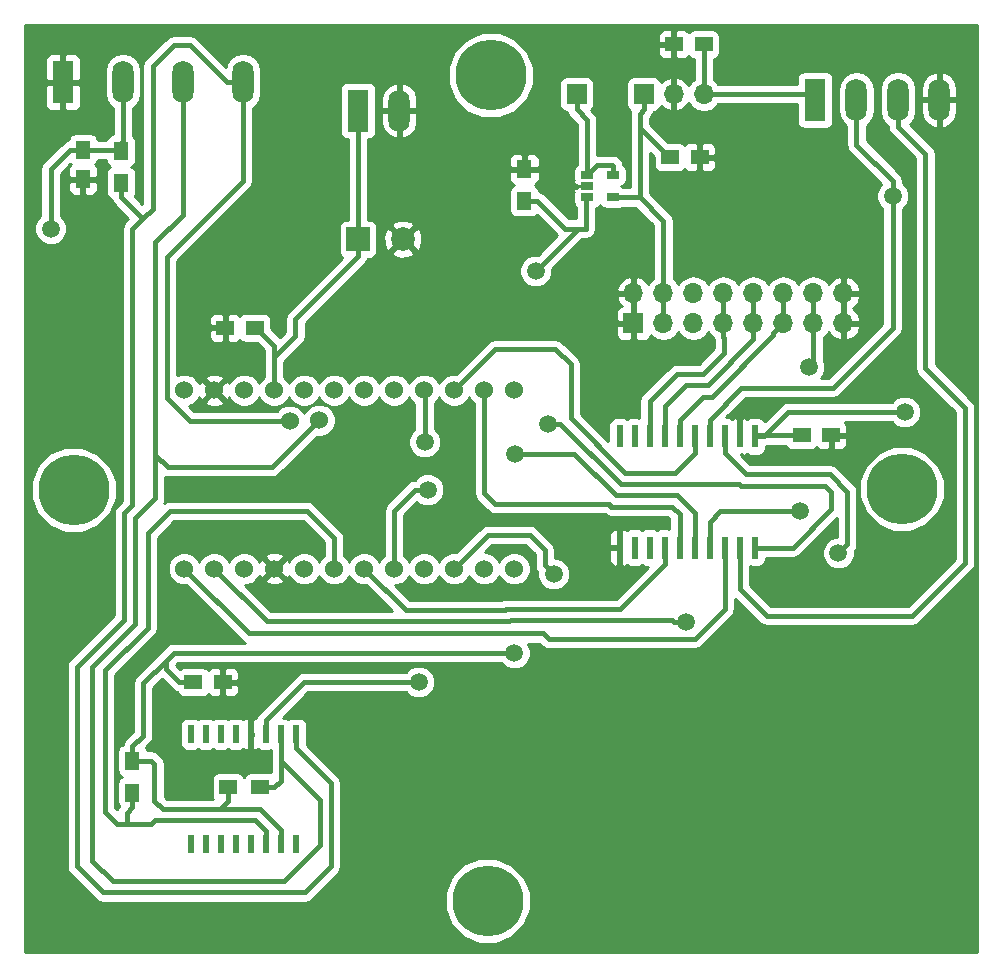
<source format=gbr>
G04 #@! TF.GenerationSoftware,KiCad,Pcbnew,(2017-06-12 revision 8590a2299)-makepkg*
G04 #@! TF.CreationDate,2017-06-16T20:28:46+02:00*
G04 #@! TF.ProjectId,phloggerV2,70686C6F6767657256322E6B69636164,C*
G04 #@! TF.FileFunction,Copper,L2,Bot,Signal*
G04 #@! TF.FilePolarity,Positive*
%FSLAX46Y46*%
G04 Gerber Fmt 4.6, Leading zero omitted, Abs format (unit mm)*
G04 Created by KiCad (PCBNEW (2017-06-12 revision 8590a2299)-makepkg) date 06/16/17 20:28:46*
%MOMM*%
%LPD*%
G01*
G04 APERTURE LIST*
%ADD10C,0.100000*%
%ADD11C,5.999480*%
%ADD12R,0.600000X1.950000*%
%ADD13R,1.700000X1.700000*%
%ADD14O,1.700000X1.700000*%
%ADD15C,2.000000*%
%ADD16R,2.000000X2.000000*%
%ADD17R,1.250000X1.500000*%
%ADD18R,1.500000X1.250000*%
%ADD19O,1.800000X3.600000*%
%ADD20R,1.800000X3.600000*%
%ADD21R,1.500000X1.300000*%
%ADD22R,1.300000X1.500000*%
%ADD23C,1.524000*%
%ADD24R,1.060000X0.650000*%
%ADD25R,0.600000X1.500000*%
%ADD26C,1.500000*%
%ADD27C,0.460000*%
%ADD28C,0.254000*%
G04 APERTURE END LIST*
D10*
D11*
X40140000Y74990000D03*
X74950000Y39960000D03*
X4826000Y39878000D03*
X39878000Y5080000D03*
D12*
X62480000Y44400000D03*
X61210000Y44400000D03*
X59940000Y44400000D03*
X58670000Y44400000D03*
X57400000Y44400000D03*
X56130000Y44400000D03*
X54860000Y44400000D03*
X53590000Y44400000D03*
X52320000Y44400000D03*
X51050000Y44400000D03*
X51050000Y35000000D03*
X52320000Y35000000D03*
X53590000Y35000000D03*
X54860000Y35000000D03*
X56130000Y35000000D03*
X57400000Y35000000D03*
X58670000Y35000000D03*
X59940000Y35000000D03*
X61210000Y35000000D03*
X62480000Y35000000D03*
D13*
X52220000Y54000000D03*
D14*
X54760000Y54000000D03*
X57300000Y54000000D03*
X59840000Y54000000D03*
X62380000Y54000000D03*
X64920000Y54000000D03*
X67460000Y54000000D03*
X70000000Y54000000D03*
X70000000Y56540000D03*
X67460000Y56540000D03*
X64920000Y56540000D03*
X62380000Y56540000D03*
X59840000Y56540000D03*
X57300000Y56540000D03*
X54760000Y56540000D03*
X52220000Y56540000D03*
D15*
X32700000Y61100000D03*
D16*
X28900000Y61100000D03*
D17*
X5610000Y68680000D03*
X5610000Y66180000D03*
D18*
X58150000Y77600000D03*
X55650000Y77600000D03*
X14950000Y23600000D03*
X17450000Y23600000D03*
X68950000Y44500000D03*
X66450000Y44500000D03*
X17650000Y53600000D03*
X20150000Y53600000D03*
X57820000Y68050000D03*
X55320000Y68050000D03*
D19*
X32400000Y72000000D03*
D20*
X28900000Y72000000D03*
D13*
X47400000Y73400000D03*
D19*
X19160000Y74400000D03*
X14080000Y74400000D03*
X9000000Y74400000D03*
D20*
X3920000Y74400000D03*
D19*
X78100000Y72900000D03*
X74600000Y72900000D03*
X71100000Y72900000D03*
D20*
X67600000Y72900000D03*
D21*
X20610000Y14690000D03*
X17910000Y14690000D03*
D22*
X8830000Y68590000D03*
X8830000Y65890000D03*
X9800000Y16950000D03*
X9800000Y14250000D03*
X42980000Y67040000D03*
X42980000Y64340000D03*
D23*
X14180000Y33200000D03*
X16720000Y33200000D03*
X19260000Y33200000D03*
X21800000Y33200000D03*
X24340000Y33200000D03*
X26880000Y33200000D03*
X29420000Y33200000D03*
X31960000Y33200000D03*
X34500000Y33200000D03*
X37040000Y33200000D03*
X39580000Y33200000D03*
X42120000Y33200000D03*
X42120000Y48320000D03*
X39580000Y48320000D03*
X37040000Y48320000D03*
X34500000Y48320000D03*
X31960000Y48320000D03*
X29420000Y48320000D03*
X26880000Y48320000D03*
X24340000Y48320000D03*
X25610000Y45780000D03*
X23120000Y45700000D03*
X21800000Y48320000D03*
X19260000Y48320000D03*
X16720000Y48320000D03*
X14180000Y48320000D03*
D24*
X50500000Y64650000D03*
X50500000Y66550000D03*
X48300000Y66550000D03*
X48300000Y65600000D03*
X48300000Y64650000D03*
D25*
X23640000Y19200000D03*
X22370000Y19200000D03*
X21100000Y19200000D03*
X19830000Y19200000D03*
X18560000Y19200000D03*
X17290000Y19200000D03*
X16020000Y19200000D03*
X14750000Y19200000D03*
X14750000Y9900000D03*
X16020000Y9900000D03*
X17290000Y9900000D03*
X18560000Y9900000D03*
X19830000Y9900000D03*
X21100000Y9900000D03*
X22370000Y9900000D03*
X23640000Y9900000D03*
D14*
X58180000Y73400000D03*
X55640000Y73400000D03*
D13*
X53100000Y73400000D03*
D26*
X34036000Y23622000D03*
X42130001Y26080000D03*
X75184000Y46482018D03*
X2870000Y62000000D03*
X67056000Y50292000D03*
X66300000Y38100000D03*
X74168000Y64770000D03*
X45466000Y32766000D03*
X43942000Y58420000D03*
X69570000Y34530000D03*
X56700150Y28734834D03*
X34544000Y43942000D03*
X42164000Y42926000D03*
X44958000Y45466000D03*
X34800000Y39900000D03*
D27*
X24312000Y23622000D02*
X34036000Y23622000D01*
X21100000Y20410000D02*
X24312000Y23622000D01*
X21100000Y19200000D02*
X21100000Y20410000D01*
X5460000Y66400000D02*
X5460000Y66500000D01*
X41069341Y26080000D02*
X42130001Y26080000D01*
X13280000Y26080000D02*
X41069341Y26080000D01*
X12600000Y25400000D02*
X13280000Y26080000D01*
X63240000Y44400000D02*
X65322018Y46482018D01*
X62480000Y44400000D02*
X63240000Y44400000D01*
X65322018Y46482018D02*
X75184000Y46482018D01*
X54760000Y56540000D02*
X54760000Y62640000D01*
X54760000Y62640000D02*
X52750000Y64650000D01*
X2870000Y62000000D02*
X2870000Y67025000D01*
X2870000Y67025000D02*
X4525000Y68680000D01*
X4525000Y68680000D02*
X5610000Y68680000D01*
X55320000Y68050000D02*
X55195000Y68050000D01*
X55195000Y68050000D02*
X52750000Y70495000D01*
X52750000Y70495000D02*
X52750000Y71740000D01*
X52750000Y71740000D02*
X52750000Y64650000D01*
X11650000Y16650000D02*
X11350000Y16950000D01*
X11350000Y16950000D02*
X9800000Y16950000D01*
X11650000Y13550000D02*
X11650000Y16650000D01*
X12350000Y12850000D02*
X11650000Y13550000D01*
X16350000Y12850000D02*
X12350000Y12850000D01*
X20630000Y12850000D02*
X16350000Y12850000D01*
X17910000Y14690000D02*
X17910000Y13580000D01*
X17910000Y13580000D02*
X17180000Y12850000D01*
X17180000Y12850000D02*
X16350000Y12850000D01*
X22370000Y9900000D02*
X22370000Y11110000D01*
X22370000Y11110000D02*
X20630000Y12850000D01*
X5610000Y68680000D02*
X8740000Y68680000D01*
X8740000Y68680000D02*
X8830000Y68590000D01*
X8750000Y69200000D02*
X8800000Y69250000D01*
X10700000Y23500000D02*
X12600000Y25400000D01*
X14950000Y23600000D02*
X13740000Y23600000D01*
X13740000Y23600000D02*
X12600000Y24740000D01*
X12600000Y24740000D02*
X12600000Y25400000D01*
X9800000Y16950000D02*
X9800000Y18160000D01*
X9800000Y18160000D02*
X10700000Y19060000D01*
X10700000Y19060000D02*
X10700000Y23500000D01*
X28900000Y61100000D02*
X28900000Y72000000D01*
X21800000Y48320000D02*
X21800000Y51100000D01*
X21800000Y51100000D02*
X21800000Y52075000D01*
X23600000Y54340000D02*
X23600000Y52900000D01*
X23600000Y52900000D02*
X21800000Y51100000D01*
X28900000Y61100000D02*
X28900000Y59640000D01*
X28900000Y59640000D02*
X23600000Y54340000D01*
X9000000Y74400000D02*
X9000000Y69450000D01*
X9000000Y69450000D02*
X8800000Y69250000D01*
X21800000Y52075000D02*
X20275000Y53600000D01*
X20275000Y53600000D02*
X20150000Y53600000D01*
X66450000Y44500000D02*
X62580000Y44500000D01*
X62580000Y44500000D02*
X62480000Y44400000D01*
X62480000Y44400000D02*
X62480000Y43725000D01*
X53100000Y73400000D02*
X53100000Y72090000D01*
X53100000Y72090000D02*
X52750000Y71740000D01*
X52750000Y64650000D02*
X50500000Y64650000D01*
X54760000Y56540000D02*
X54760000Y54000000D01*
X58180000Y73400000D02*
X58180000Y77570000D01*
X58180000Y77570000D02*
X58150000Y77600000D01*
X58180000Y73400000D02*
X67100000Y73400000D01*
X67100000Y73400000D02*
X67600000Y72900000D01*
X55900000Y49700000D02*
X53590000Y47390000D01*
X53590000Y47390000D02*
X53590000Y44400000D01*
X58100000Y49700000D02*
X55900000Y49700000D01*
X59900000Y51500000D02*
X58100000Y49700000D01*
X59900000Y52737919D02*
X59900000Y51500000D01*
X59840000Y54000000D02*
X59840000Y52797919D01*
X59840000Y52797919D02*
X59900000Y52737919D01*
X59840000Y56540000D02*
X59840000Y54000000D01*
X54860000Y46960000D02*
X54860000Y44400000D01*
X56639989Y48739989D02*
X54860000Y46960000D01*
X58497649Y48739989D02*
X56639989Y48739989D01*
X62380000Y52622340D02*
X58497649Y48739989D01*
X62380000Y54000000D02*
X62380000Y52622340D01*
X62380000Y54000000D02*
X62300000Y53920000D01*
X62380000Y56540000D02*
X62380000Y54000000D01*
X56130000Y45835000D02*
X56130000Y44400000D01*
X58074978Y47779978D02*
X56130000Y45835000D01*
X64070001Y52954681D02*
X58895298Y47779978D01*
X64070001Y53150001D02*
X64070001Y52954681D01*
X64920000Y54000000D02*
X64070001Y53150001D01*
X58895298Y47779978D02*
X58074978Y47779978D01*
X64920000Y56540000D02*
X64920000Y54000000D01*
X58670000Y35000000D02*
X58670000Y37190000D01*
X58670000Y37190000D02*
X59580000Y38100000D01*
X59580000Y38100000D02*
X66300000Y38100000D01*
X67460000Y50696000D02*
X67056000Y50292000D01*
X67460000Y54000000D02*
X67460000Y50696000D01*
X67460000Y56540000D02*
X67460000Y54000000D01*
X50435000Y67400000D02*
X49150000Y67400000D01*
X49150000Y67400000D02*
X48405001Y66655001D01*
X50500000Y66550000D02*
X50500000Y67335000D01*
X50500000Y67335000D02*
X50435000Y67400000D01*
X47400000Y73400000D02*
X47400000Y72090000D01*
X47400000Y72090000D02*
X48300000Y71190000D01*
X48300000Y71190000D02*
X48300000Y66655001D01*
X8830000Y65890000D02*
X8830000Y64680000D01*
X17800000Y74400000D02*
X19160000Y74400000D01*
X5100000Y24915320D02*
X9079978Y28895298D01*
X5100000Y8000000D02*
X5100000Y24915320D01*
X23640000Y19200000D02*
X23640000Y17990000D01*
X23640000Y17990000D02*
X26600000Y15030000D01*
X26600000Y15030000D02*
X26600000Y8000000D01*
X26600000Y8000000D02*
X24400000Y5800000D01*
X24400000Y5800000D02*
X7300000Y5800000D01*
X7300000Y5800000D02*
X5100000Y8000000D01*
X19160000Y66060000D02*
X19160000Y74400000D01*
X23120000Y45700000D02*
X14657660Y45700000D01*
X14657660Y45700000D02*
X12687999Y47669661D01*
X12687999Y59587999D02*
X19160000Y66060000D01*
X12687999Y47669661D02*
X12687999Y59587999D01*
X9800000Y38615320D02*
X9800000Y62000000D01*
X9079978Y28895298D02*
X9079978Y37895298D01*
X9079978Y37895298D02*
X9800000Y38615320D01*
X9800000Y62000000D02*
X10690000Y62890000D01*
X10690000Y62890000D02*
X11500000Y63700000D01*
X8830000Y64680000D02*
X10620000Y62890000D01*
X10620000Y62890000D02*
X10690000Y62890000D01*
X11500000Y75742340D02*
X13297649Y77539989D01*
X14660011Y77539989D02*
X17800000Y74400000D01*
X11500000Y63700000D02*
X11500000Y75742340D01*
X13297649Y77539989D02*
X14660011Y77539989D01*
X22370000Y16930000D02*
X22370000Y18170000D01*
X22370000Y18170000D02*
X22370000Y19200000D01*
X20610000Y14690000D02*
X21820000Y14690000D01*
X21820000Y14690000D02*
X22370000Y15240000D01*
X22370000Y15240000D02*
X22370000Y18170000D01*
X11727988Y42872012D02*
X11727988Y39185648D01*
X25639989Y13660011D02*
X22370000Y16930000D01*
X11727988Y39185648D02*
X10039989Y37497649D01*
X10039989Y37497649D02*
X10039989Y28497649D01*
X10039989Y28497649D02*
X6400000Y24857660D01*
X6400000Y24857660D02*
X6400000Y8500000D01*
X8139989Y6760011D02*
X22602351Y6760011D01*
X6400000Y8500000D02*
X8139989Y6760011D01*
X22602351Y6760011D02*
X25639989Y9797649D01*
X25639989Y9797649D02*
X25639989Y13660011D01*
X12800000Y41800000D02*
X11727988Y42872012D01*
X11727988Y42872012D02*
X11727988Y60827988D01*
X14080000Y63180000D02*
X14080000Y74400000D01*
X21630000Y41800000D02*
X12800000Y41800000D01*
X25610000Y45780000D02*
X21630000Y41800000D01*
X11727988Y60827988D02*
X14080000Y63180000D01*
X63500000Y29200000D02*
X61210000Y31490000D01*
X61210000Y31490000D02*
X61210000Y35000000D01*
X75800000Y29200000D02*
X63500000Y29200000D01*
X80300000Y33700000D02*
X75800000Y29200000D01*
X80300000Y46800000D02*
X80300000Y33700000D01*
X76940000Y50160000D02*
X80300000Y46800000D01*
X76940000Y68300000D02*
X76940000Y50160000D01*
X74600000Y72900000D02*
X74600000Y70640000D01*
X74600000Y70640000D02*
X76940000Y68300000D01*
X74168000Y53594000D02*
X74168000Y64770000D01*
X74168000Y64770000D02*
X74168000Y66040000D01*
X74168000Y66040000D02*
X71100000Y69108000D01*
X71100000Y69108000D02*
X71100000Y72900000D01*
X69088000Y48514000D02*
X74168000Y53594000D01*
X61349000Y48514000D02*
X69088000Y48514000D01*
X58670000Y44400000D02*
X58670000Y45835000D01*
X58670000Y45835000D02*
X61349000Y48514000D01*
X11689989Y11889989D02*
X11400000Y11600000D01*
X20204013Y11889989D02*
X11689989Y11889989D01*
X21100000Y9900000D02*
X21100000Y10994002D01*
X11400000Y11600000D02*
X9300000Y11600000D01*
X21100000Y10994002D02*
X20204013Y11889989D01*
X9300000Y11600000D02*
X8500000Y11600000D01*
X9800000Y14250000D02*
X9800000Y13040000D01*
X9800000Y13040000D02*
X9300000Y12540000D01*
X9300000Y12540000D02*
X9300000Y11600000D01*
X24600000Y38100000D02*
X26880000Y35820000D01*
X26880000Y35820000D02*
X26880000Y33200000D01*
X13000000Y38100000D02*
X24600000Y38100000D01*
X11100000Y36200000D02*
X13000000Y38100000D01*
X11100000Y28200000D02*
X11100000Y36200000D01*
X7500000Y24600000D02*
X11100000Y28200000D01*
X7500000Y12600000D02*
X7500000Y24600000D01*
X8500000Y11600000D02*
X7500000Y12600000D01*
X37040000Y33200000D02*
X39908000Y36068000D01*
X39908000Y36068000D02*
X43434000Y36068000D01*
X43434000Y36068000D02*
X44716001Y34785999D01*
X44716001Y34785999D02*
X44716001Y33515999D01*
X44716001Y33515999D02*
X45466000Y32766000D01*
X47522000Y62000000D02*
X43942000Y58420000D01*
X48194999Y62000000D02*
X47522000Y62000000D01*
X48194999Y64544999D02*
X48194999Y62000000D01*
X46430000Y62000000D02*
X48194999Y62000000D01*
X42980000Y64340000D02*
X44090000Y64340000D01*
X44090000Y64340000D02*
X46430000Y62000000D01*
X70319999Y39728063D02*
X70319999Y35279999D01*
X59940000Y44400000D02*
X59940000Y42965000D01*
X61715000Y41190000D02*
X68858062Y41190000D01*
X59940000Y42965000D02*
X61715000Y41190000D01*
X68858062Y41190000D02*
X70319999Y39728063D01*
X70319999Y35279999D02*
X69570000Y34530000D01*
X16720000Y33200000D02*
X21180011Y28739989D01*
X55518310Y28856014D02*
X55639490Y28734834D01*
X41701925Y28739989D02*
X41817950Y28856014D01*
X21180011Y28739989D02*
X41701925Y28739989D01*
X41817950Y28856014D02*
X55518310Y28856014D01*
X55639490Y28734834D02*
X56700150Y28734834D01*
X45600000Y51800000D02*
X46900000Y50500000D01*
X40520000Y51800000D02*
X45600000Y51800000D01*
X46900000Y50500000D02*
X46900000Y45960998D01*
X37040000Y48320000D02*
X40520000Y51800000D01*
X46900000Y45960998D02*
X51530998Y41330000D01*
X51530998Y41330000D02*
X55765000Y41330000D01*
X55765000Y41330000D02*
X57400000Y42965000D01*
X57400000Y42965000D02*
X57400000Y44400000D01*
X32920000Y29700000D02*
X29420000Y33200000D01*
X41420300Y29816024D02*
X41304276Y29700000D01*
X54860000Y35000000D02*
X54860000Y33565000D01*
X41304276Y29700000D02*
X32920000Y29700000D01*
X54860000Y33565000D02*
X51111025Y29816025D01*
X51111025Y29816025D02*
X41420300Y29816024D01*
X43224660Y42926000D02*
X42164000Y42926000D01*
X50735698Y39409980D02*
X47219678Y42926000D01*
X57400000Y37897660D02*
X55887680Y39409980D01*
X57400000Y35000000D02*
X57400000Y37897660D01*
X47219678Y42926000D02*
X43224660Y42926000D01*
X55887680Y39409980D02*
X50735698Y39409980D01*
X34544000Y43942000D02*
X34544000Y48276000D01*
X34544000Y48276000D02*
X34500000Y48320000D01*
X55490031Y38449969D02*
X50338049Y38449969D01*
X39580000Y39580340D02*
X39580000Y47242370D01*
X50338049Y38449969D02*
X50124029Y38663989D01*
X50124029Y38663989D02*
X40496351Y38663989D01*
X56130000Y35000000D02*
X56130000Y37810000D01*
X56130000Y37810000D02*
X55490031Y38449969D01*
X40496351Y38663989D02*
X39580000Y39580340D01*
X39580000Y47242370D02*
X39580000Y48320000D01*
X55989749Y27254833D02*
X57410551Y27254833D01*
X59940000Y33565000D02*
X59940000Y35000000D01*
X59940000Y29784282D02*
X59940000Y33565000D01*
X57410551Y27254833D02*
X59940000Y29784282D01*
X55984571Y27260011D02*
X55989749Y27254833D01*
X45034395Y27260011D02*
X55984571Y27260011D01*
X14180000Y33200000D02*
X19649999Y27730001D01*
X44564405Y27730001D02*
X45034395Y27260011D01*
X19649999Y27730001D02*
X44564405Y27730001D01*
X46018660Y45466000D02*
X44958000Y45466000D01*
X65690402Y35000000D02*
X68980001Y38289599D01*
X46037338Y45466000D02*
X46018660Y45466000D01*
X51133349Y40369989D02*
X46037338Y45466000D01*
X61177351Y40369989D02*
X51133349Y40369989D01*
X68460413Y40229989D02*
X61317351Y40229989D01*
X68980001Y39710401D02*
X68460413Y40229989D01*
X68980001Y38289599D02*
X68980001Y39710401D01*
X62480000Y35000000D02*
X65690402Y35000000D01*
X61317351Y40229989D02*
X61177351Y40369989D01*
X34800000Y39900000D02*
X33739340Y39900000D01*
X33739340Y39900000D02*
X31960000Y38120660D01*
X31960000Y38120660D02*
X31960000Y33200000D01*
X31960000Y33200000D02*
X31960000Y32868162D01*
D28*
G36*
X81307000Y735000D02*
X735000Y735000D01*
X735000Y4360177D01*
X36242630Y4360177D01*
X36794820Y3023775D01*
X37816397Y2000414D01*
X39151834Y1445892D01*
X40597823Y1444630D01*
X41934225Y1996820D01*
X42957586Y3018397D01*
X43512108Y4353834D01*
X43513370Y5799823D01*
X42961180Y7136225D01*
X41939603Y8159586D01*
X40604166Y8714108D01*
X39158177Y8715370D01*
X37821775Y8163180D01*
X36798414Y7141603D01*
X36243892Y5806166D01*
X36242630Y4360177D01*
X735000Y4360177D01*
X735000Y39158177D01*
X1190630Y39158177D01*
X1742820Y37821775D01*
X2764397Y36798414D01*
X4099834Y36243892D01*
X5545823Y36242630D01*
X6882225Y36794820D01*
X7905586Y37816397D01*
X8460108Y39151834D01*
X8461370Y40597823D01*
X7909180Y41934225D01*
X6887603Y42957586D01*
X5552166Y43512108D01*
X4106177Y43513370D01*
X2769775Y42961180D01*
X1746414Y41939603D01*
X1191892Y40604166D01*
X1190630Y39158177D01*
X735000Y39158177D01*
X735000Y61725715D01*
X1484760Y61725715D01*
X1695169Y61216485D01*
X2084436Y60826539D01*
X2593298Y60615241D01*
X3144285Y60614760D01*
X3653515Y60825169D01*
X4043461Y61214436D01*
X4254759Y61723298D01*
X4255240Y62274285D01*
X4044831Y62783515D01*
X3735000Y63093886D01*
X3735000Y65894250D01*
X4350000Y65894250D01*
X4350000Y65303691D01*
X4446673Y65070302D01*
X4625301Y64891673D01*
X4858690Y64795000D01*
X5324250Y64795000D01*
X5483000Y64953750D01*
X5483000Y66053000D01*
X5737000Y66053000D01*
X5737000Y64953750D01*
X5895750Y64795000D01*
X6361310Y64795000D01*
X6594699Y64891673D01*
X6773327Y65070302D01*
X6870000Y65303691D01*
X6870000Y65894250D01*
X6711250Y66053000D01*
X5737000Y66053000D01*
X5483000Y66053000D01*
X4508750Y66053000D01*
X4350000Y65894250D01*
X3735000Y65894250D01*
X3735000Y66666706D01*
X4535161Y67466866D01*
X4588320Y67431346D01*
X4446673Y67289698D01*
X4350000Y67056309D01*
X4350000Y66465750D01*
X4508750Y66307000D01*
X5483000Y66307000D01*
X5483000Y66327000D01*
X5737000Y66327000D01*
X5737000Y66307000D01*
X6711250Y66307000D01*
X6870000Y66465750D01*
X6870000Y67056309D01*
X6773327Y67289698D01*
X6631680Y67431346D01*
X6692809Y67472191D01*
X6833157Y67682235D01*
X6859565Y67815000D01*
X7537533Y67815000D01*
X7581843Y67592235D01*
X7722191Y67382191D01*
X7932235Y67241843D01*
X7941500Y67240000D01*
X7932235Y67238157D01*
X7722191Y67097809D01*
X7581843Y66887765D01*
X7532560Y66640000D01*
X7532560Y65140000D01*
X7581843Y64892235D01*
X7722191Y64682191D01*
X7932235Y64541843D01*
X7994963Y64529366D01*
X8002284Y64492560D01*
X8030844Y64348979D01*
X8218353Y64068353D01*
X9431706Y62855000D01*
X9188353Y62611647D01*
X9000844Y62331021D01*
X8935000Y62000000D01*
X8935000Y38973614D01*
X8468331Y38506945D01*
X8280822Y38226319D01*
X8214978Y37895298D01*
X8214978Y29253592D01*
X4488353Y25526967D01*
X4300844Y25246341D01*
X4235000Y24915320D01*
X4235000Y8000000D01*
X4294506Y7700844D01*
X4300844Y7668979D01*
X4488353Y7388353D01*
X6688353Y5188353D01*
X6968979Y5000844D01*
X7300000Y4935000D01*
X24400000Y4935000D01*
X24731021Y5000844D01*
X25011647Y5188353D01*
X27211647Y7388353D01*
X27399156Y7668979D01*
X27465000Y8000000D01*
X27465000Y15030000D01*
X27399156Y15361021D01*
X27399156Y15361022D01*
X27211647Y15641647D01*
X24556888Y18296406D01*
X24587440Y18450000D01*
X24587440Y19950000D01*
X24538157Y20197765D01*
X24397809Y20407809D01*
X24187765Y20548157D01*
X23940000Y20597440D01*
X23340000Y20597440D01*
X23092235Y20548157D01*
X23005000Y20489868D01*
X22917765Y20548157D01*
X22670000Y20597440D01*
X22510734Y20597440D01*
X24670294Y22757000D01*
X32942512Y22757000D01*
X33250436Y22448539D01*
X33759298Y22237241D01*
X34310285Y22236760D01*
X34819515Y22447169D01*
X35209461Y22836436D01*
X35420759Y23345298D01*
X35421240Y23896285D01*
X35210831Y24405515D01*
X34821564Y24795461D01*
X34312702Y25006759D01*
X33761715Y25007240D01*
X33252485Y24796831D01*
X32942114Y24487000D01*
X24312000Y24487000D01*
X23980979Y24421156D01*
X23700353Y24233647D01*
X20488353Y21021647D01*
X20300844Y20741021D01*
X20268782Y20579834D01*
X20256310Y20585000D01*
X20115750Y20585000D01*
X19957000Y20426250D01*
X19957000Y19327000D01*
X19977000Y19327000D01*
X19977000Y19073000D01*
X19957000Y19073000D01*
X19957000Y17973750D01*
X20115750Y17815000D01*
X20256310Y17815000D01*
X20473028Y17904768D01*
X20552235Y17851843D01*
X20800000Y17802560D01*
X21400000Y17802560D01*
X21505000Y17823446D01*
X21505000Y15958598D01*
X21360000Y15987440D01*
X19860000Y15987440D01*
X19612235Y15938157D01*
X19402191Y15797809D01*
X19261843Y15587765D01*
X19260000Y15578500D01*
X19258157Y15587765D01*
X19117809Y15797809D01*
X18907765Y15938157D01*
X18660000Y15987440D01*
X17160000Y15987440D01*
X16912235Y15938157D01*
X16702191Y15797809D01*
X16561843Y15587765D01*
X16512560Y15340000D01*
X16512560Y14040000D01*
X16561843Y13792235D01*
X16613450Y13715000D01*
X12708295Y13715000D01*
X12515000Y13908294D01*
X12515000Y16650000D01*
X12449156Y16981021D01*
X12261647Y17261647D01*
X11961647Y17561647D01*
X11681021Y17749156D01*
X11350000Y17815000D01*
X11074565Y17815000D01*
X11048157Y17947765D01*
X10953189Y18089894D01*
X11311647Y18448352D01*
X11499156Y18728978D01*
X11524223Y18854999D01*
X11565000Y19060000D01*
X11565000Y19950000D01*
X13802560Y19950000D01*
X13802560Y18450000D01*
X13851843Y18202235D01*
X13992191Y17992191D01*
X14202235Y17851843D01*
X14450000Y17802560D01*
X15050000Y17802560D01*
X15297765Y17851843D01*
X15385000Y17910132D01*
X15472235Y17851843D01*
X15720000Y17802560D01*
X16320000Y17802560D01*
X16567765Y17851843D01*
X16655000Y17910132D01*
X16742235Y17851843D01*
X16990000Y17802560D01*
X17590000Y17802560D01*
X17837765Y17851843D01*
X17925000Y17910132D01*
X18012235Y17851843D01*
X18260000Y17802560D01*
X18860000Y17802560D01*
X19107765Y17851843D01*
X19186972Y17904768D01*
X19403690Y17815000D01*
X19544250Y17815000D01*
X19703000Y17973750D01*
X19703000Y19073000D01*
X19683000Y19073000D01*
X19683000Y19327000D01*
X19703000Y19327000D01*
X19703000Y20426250D01*
X19544250Y20585000D01*
X19403690Y20585000D01*
X19186972Y20495232D01*
X19107765Y20548157D01*
X18860000Y20597440D01*
X18260000Y20597440D01*
X18012235Y20548157D01*
X17925000Y20489868D01*
X17837765Y20548157D01*
X17590000Y20597440D01*
X16990000Y20597440D01*
X16742235Y20548157D01*
X16655000Y20489868D01*
X16567765Y20548157D01*
X16320000Y20597440D01*
X15720000Y20597440D01*
X15472235Y20548157D01*
X15385000Y20489868D01*
X15297765Y20548157D01*
X15050000Y20597440D01*
X14450000Y20597440D01*
X14202235Y20548157D01*
X13992191Y20407809D01*
X13851843Y20197765D01*
X13802560Y19950000D01*
X11565000Y19950000D01*
X11565000Y23141706D01*
X12270000Y23846706D01*
X13128352Y22988353D01*
X13278013Y22888353D01*
X13408979Y22800844D01*
X13594543Y22763933D01*
X13601843Y22727235D01*
X13742191Y22517191D01*
X13952235Y22376843D01*
X14200000Y22327560D01*
X15700000Y22327560D01*
X15947765Y22376843D01*
X16157809Y22517191D01*
X16198654Y22578320D01*
X16340302Y22436673D01*
X16573691Y22340000D01*
X17164250Y22340000D01*
X17323000Y22498750D01*
X17323000Y23473000D01*
X17577000Y23473000D01*
X17577000Y22498750D01*
X17735750Y22340000D01*
X18326309Y22340000D01*
X18559698Y22436673D01*
X18738327Y22615301D01*
X18835000Y22848690D01*
X18835000Y23314250D01*
X18676250Y23473000D01*
X17577000Y23473000D01*
X17323000Y23473000D01*
X17303000Y23473000D01*
X17303000Y23727000D01*
X17323000Y23727000D01*
X17323000Y24701250D01*
X17577000Y24701250D01*
X17577000Y23727000D01*
X18676250Y23727000D01*
X18835000Y23885750D01*
X18835000Y24351310D01*
X18738327Y24584699D01*
X18559698Y24763327D01*
X18326309Y24860000D01*
X17735750Y24860000D01*
X17577000Y24701250D01*
X17323000Y24701250D01*
X17164250Y24860000D01*
X16573691Y24860000D01*
X16340302Y24763327D01*
X16198654Y24621680D01*
X16157809Y24682809D01*
X15947765Y24823157D01*
X15700000Y24872440D01*
X14200000Y24872440D01*
X13952235Y24823157D01*
X13825092Y24738202D01*
X13493294Y25070000D01*
X13638295Y25215000D01*
X41036513Y25215000D01*
X41344437Y24906539D01*
X41853299Y24695241D01*
X42404286Y24694760D01*
X42913516Y24905169D01*
X43303462Y25294436D01*
X43514760Y25803298D01*
X43515241Y26354285D01*
X43304832Y26863515D01*
X43303349Y26865001D01*
X44206110Y26865001D01*
X44422747Y26648364D01*
X44703373Y26460855D01*
X44758293Y26449931D01*
X45034395Y26395011D01*
X55963717Y26395011D01*
X55989749Y26389833D01*
X57410551Y26389833D01*
X57741572Y26455677D01*
X58022198Y26643186D01*
X60551647Y29172635D01*
X60739156Y29453261D01*
X60769336Y29604989D01*
X60805000Y29784282D01*
X60805000Y30671706D01*
X62888353Y28588353D01*
X63168979Y28400844D01*
X63500000Y28335000D01*
X75800000Y28335000D01*
X76131021Y28400844D01*
X76411647Y28588353D01*
X80911647Y33088353D01*
X81099156Y33368979D01*
X81121060Y33479100D01*
X81165000Y33700000D01*
X81165000Y46800000D01*
X81099156Y47131021D01*
X80998827Y47281174D01*
X80911648Y47411647D01*
X77805000Y50518294D01*
X77805000Y68300000D01*
X77739156Y68631021D01*
X77641630Y68776979D01*
X77551648Y68911647D01*
X75632056Y70831238D01*
X75685409Y70866887D01*
X76018155Y71364877D01*
X76135000Y71952296D01*
X76135000Y72773000D01*
X76565000Y72773000D01*
X76565000Y71873000D01*
X76730446Y71295248D01*
X77104394Y70824788D01*
X77629914Y70533244D01*
X77735260Y70508964D01*
X77973000Y70629622D01*
X77973000Y72773000D01*
X78227000Y72773000D01*
X78227000Y70629622D01*
X78464740Y70508964D01*
X78570086Y70533244D01*
X79095606Y70824788D01*
X79469554Y71295248D01*
X79635000Y71873000D01*
X79635000Y72773000D01*
X78227000Y72773000D01*
X77973000Y72773000D01*
X76565000Y72773000D01*
X76135000Y72773000D01*
X76135000Y73847704D01*
X76119228Y73927000D01*
X76565000Y73927000D01*
X76565000Y73027000D01*
X77973000Y73027000D01*
X77973000Y75170378D01*
X78227000Y75170378D01*
X78227000Y73027000D01*
X79635000Y73027000D01*
X79635000Y73927000D01*
X79469554Y74504752D01*
X79095606Y74975212D01*
X78570086Y75266756D01*
X78464740Y75291036D01*
X78227000Y75170378D01*
X77973000Y75170378D01*
X77735260Y75291036D01*
X77629914Y75266756D01*
X77104394Y74975212D01*
X76730446Y74504752D01*
X76565000Y73927000D01*
X76119228Y73927000D01*
X76018155Y74435123D01*
X75685409Y74933113D01*
X75187419Y75265859D01*
X74600000Y75382704D01*
X74012581Y75265859D01*
X73514591Y74933113D01*
X73181845Y74435123D01*
X73065000Y73847704D01*
X73065000Y71952296D01*
X73181845Y71364877D01*
X73514591Y70866887D01*
X73735000Y70719615D01*
X73735000Y70640000D01*
X73783684Y70395248D01*
X73800844Y70308979D01*
X73988353Y70028353D01*
X76075000Y67941705D01*
X76075000Y50160000D01*
X76114588Y49960979D01*
X76140844Y49828979D01*
X76328353Y49548353D01*
X79435000Y46441705D01*
X79435000Y34058294D01*
X75441706Y30065000D01*
X63858294Y30065000D01*
X62075000Y31848294D01*
X62075000Y33398446D01*
X62180000Y33377560D01*
X62780000Y33377560D01*
X63027765Y33426843D01*
X63237809Y33567191D01*
X63378157Y33777235D01*
X63427440Y34025000D01*
X63427440Y34135000D01*
X65690402Y34135000D01*
X66021423Y34200844D01*
X66302049Y34388353D01*
X69454999Y37541302D01*
X69454999Y35915101D01*
X69295715Y35915240D01*
X68786485Y35704831D01*
X68396539Y35315564D01*
X68185241Y34806702D01*
X68184760Y34255715D01*
X68395169Y33746485D01*
X68784436Y33356539D01*
X69293298Y33145241D01*
X69844285Y33144760D01*
X70353515Y33355169D01*
X70743461Y33744436D01*
X70954759Y34253298D01*
X70955152Y34703530D01*
X71119155Y34948978D01*
X71184999Y35279999D01*
X71184999Y39240177D01*
X71314630Y39240177D01*
X71866820Y37903775D01*
X72888397Y36880414D01*
X74223834Y36325892D01*
X75669823Y36324630D01*
X77006225Y36876820D01*
X78029586Y37898397D01*
X78584108Y39233834D01*
X78585370Y40679823D01*
X78033180Y42016225D01*
X77011603Y43039586D01*
X75676166Y43594108D01*
X74230177Y43595370D01*
X72893775Y43043180D01*
X71870414Y42021603D01*
X71315892Y40686166D01*
X71314630Y39240177D01*
X71184999Y39240177D01*
X71184999Y39728063D01*
X71119155Y40059084D01*
X71119155Y40059085D01*
X70931646Y40339710D01*
X69469709Y41801647D01*
X69189083Y41989156D01*
X68858062Y42055000D01*
X62073294Y42055000D01*
X61337002Y42791292D01*
X61337002Y42948748D01*
X61495750Y42790000D01*
X61636310Y42790000D01*
X61853028Y42879768D01*
X61932235Y42826843D01*
X62180000Y42777560D01*
X62780000Y42777560D01*
X63027765Y42826843D01*
X63237809Y42967191D01*
X63378157Y43177235D01*
X63427440Y43425000D01*
X63427440Y43572284D01*
X63571021Y43600844D01*
X63622139Y43635000D01*
X65100298Y43635000D01*
X65101843Y43627235D01*
X65242191Y43417191D01*
X65452235Y43276843D01*
X65700000Y43227560D01*
X67200000Y43227560D01*
X67447765Y43276843D01*
X67657809Y43417191D01*
X67698654Y43478320D01*
X67840302Y43336673D01*
X68073691Y43240000D01*
X68664250Y43240000D01*
X68823000Y43398750D01*
X68823000Y44373000D01*
X69077000Y44373000D01*
X69077000Y43398750D01*
X69235750Y43240000D01*
X69826309Y43240000D01*
X70059698Y43336673D01*
X70238327Y43515301D01*
X70335000Y43748690D01*
X70335000Y44214250D01*
X70176250Y44373000D01*
X69077000Y44373000D01*
X68823000Y44373000D01*
X68803000Y44373000D01*
X68803000Y44627000D01*
X68823000Y44627000D01*
X68823000Y44647000D01*
X69077000Y44647000D01*
X69077000Y44627000D01*
X70176250Y44627000D01*
X70335000Y44785750D01*
X70335000Y45251310D01*
X70238327Y45484699D01*
X70106007Y45617018D01*
X74090512Y45617018D01*
X74398436Y45308557D01*
X74907298Y45097259D01*
X75458285Y45096778D01*
X75967515Y45307187D01*
X76357461Y45696454D01*
X76568759Y46205316D01*
X76569240Y46756303D01*
X76358831Y47265533D01*
X75969564Y47655479D01*
X75460702Y47866777D01*
X74909715Y47867258D01*
X74400485Y47656849D01*
X74090114Y47347018D01*
X65322018Y47347018D01*
X64990997Y47281174D01*
X64710371Y47093665D01*
X63322607Y45705901D01*
X63237809Y45832809D01*
X63027765Y45973157D01*
X62780000Y46022440D01*
X62180000Y46022440D01*
X61932235Y45973157D01*
X61853028Y45920232D01*
X61636310Y46010000D01*
X61495750Y46010000D01*
X61337000Y45851250D01*
X61337000Y44527000D01*
X61357000Y44527000D01*
X61357000Y44273000D01*
X61337000Y44273000D01*
X61337000Y44253000D01*
X61083000Y44253000D01*
X61083000Y44273000D01*
X61063000Y44273000D01*
X61063000Y44527000D01*
X61083000Y44527000D01*
X61083000Y45851250D01*
X60924250Y46010000D01*
X60783690Y46010000D01*
X60566972Y45920232D01*
X60487765Y45973157D01*
X60240000Y46022440D01*
X60080734Y46022440D01*
X61707294Y47649000D01*
X69088000Y47649000D01*
X69419021Y47714844D01*
X69699647Y47902353D01*
X74779647Y52982353D01*
X74967156Y53262979D01*
X75033000Y53594000D01*
X75033000Y63676512D01*
X75341461Y63984436D01*
X75552759Y64493298D01*
X75553240Y65044285D01*
X75342831Y65553515D01*
X75033000Y65863886D01*
X75033000Y66040000D01*
X74967156Y66371021D01*
X74967156Y66371022D01*
X74779647Y66651648D01*
X71965000Y69466294D01*
X71965000Y70719615D01*
X72185409Y70866887D01*
X72518155Y71364877D01*
X72635000Y71952296D01*
X72635000Y73847704D01*
X72518155Y74435123D01*
X72185409Y74933113D01*
X71687419Y75265859D01*
X71100000Y75382704D01*
X70512581Y75265859D01*
X70014591Y74933113D01*
X69681845Y74435123D01*
X69565000Y73847704D01*
X69565000Y71952296D01*
X69681845Y71364877D01*
X70014591Y70866887D01*
X70235000Y70719615D01*
X70235000Y69108000D01*
X70272599Y68918979D01*
X70300844Y68776979D01*
X70488353Y68496353D01*
X73212029Y65772676D01*
X72994539Y65555564D01*
X72783241Y65046702D01*
X72782760Y64495715D01*
X72993169Y63986485D01*
X73303000Y63676114D01*
X73303000Y53952294D01*
X68729706Y49379000D01*
X68101803Y49379000D01*
X68229461Y49506436D01*
X68440759Y50015298D01*
X68441240Y50566285D01*
X68325000Y50847608D01*
X68325000Y52797204D01*
X68510054Y52920853D01*
X68737702Y53261553D01*
X68804817Y53118642D01*
X69233076Y52728355D01*
X69643110Y52558524D01*
X69873000Y52679845D01*
X69873000Y53873000D01*
X70127000Y53873000D01*
X70127000Y52679845D01*
X70356890Y52558524D01*
X70766924Y52728355D01*
X71195183Y53118642D01*
X71441486Y53643108D01*
X71320819Y53873000D01*
X70127000Y53873000D01*
X69873000Y53873000D01*
X69853000Y53873000D01*
X69853000Y54127000D01*
X69873000Y54127000D01*
X69873000Y56413000D01*
X70127000Y56413000D01*
X70127000Y54127000D01*
X71320819Y54127000D01*
X71441486Y54356892D01*
X71195183Y54881358D01*
X70768729Y55270000D01*
X71195183Y55658642D01*
X71441486Y56183108D01*
X71320819Y56413000D01*
X70127000Y56413000D01*
X69873000Y56413000D01*
X69853000Y56413000D01*
X69853000Y56667000D01*
X69873000Y56667000D01*
X69873000Y57860155D01*
X70127000Y57860155D01*
X70127000Y56667000D01*
X71320819Y56667000D01*
X71441486Y56896892D01*
X71195183Y57421358D01*
X70766924Y57811645D01*
X70356890Y57981476D01*
X70127000Y57860155D01*
X69873000Y57860155D01*
X69643110Y57981476D01*
X69233076Y57811645D01*
X68804817Y57421358D01*
X68737702Y57278447D01*
X68510054Y57619147D01*
X68028285Y57941054D01*
X67460000Y58054093D01*
X66891715Y57941054D01*
X66409946Y57619147D01*
X66190000Y57289974D01*
X65970054Y57619147D01*
X65488285Y57941054D01*
X64920000Y58054093D01*
X64351715Y57941054D01*
X63869946Y57619147D01*
X63650000Y57289974D01*
X63430054Y57619147D01*
X62948285Y57941054D01*
X62380000Y58054093D01*
X61811715Y57941054D01*
X61329946Y57619147D01*
X61110000Y57289974D01*
X60890054Y57619147D01*
X60408285Y57941054D01*
X59840000Y58054093D01*
X59271715Y57941054D01*
X58789946Y57619147D01*
X58570000Y57289974D01*
X58350054Y57619147D01*
X57868285Y57941054D01*
X57300000Y58054093D01*
X56731715Y57941054D01*
X56249946Y57619147D01*
X56030000Y57289974D01*
X55810054Y57619147D01*
X55625000Y57742796D01*
X55625000Y62640000D01*
X55559156Y62971021D01*
X55559156Y62971022D01*
X55371647Y63251648D01*
X53615000Y65008294D01*
X53615000Y68406706D01*
X53922560Y68099146D01*
X53922560Y67425000D01*
X53971843Y67177235D01*
X54112191Y66967191D01*
X54322235Y66826843D01*
X54570000Y66777560D01*
X56070000Y66777560D01*
X56317765Y66826843D01*
X56527809Y66967191D01*
X56568654Y67028320D01*
X56710302Y66886673D01*
X56943691Y66790000D01*
X57534250Y66790000D01*
X57693000Y66948750D01*
X57693000Y67923000D01*
X57947000Y67923000D01*
X57947000Y66948750D01*
X58105750Y66790000D01*
X58696309Y66790000D01*
X58929698Y66886673D01*
X59108327Y67065301D01*
X59205000Y67298690D01*
X59205000Y67764250D01*
X59046250Y67923000D01*
X57947000Y67923000D01*
X57693000Y67923000D01*
X57673000Y67923000D01*
X57673000Y68177000D01*
X57693000Y68177000D01*
X57693000Y69151250D01*
X57947000Y69151250D01*
X57947000Y68177000D01*
X59046250Y68177000D01*
X59205000Y68335750D01*
X59205000Y68801310D01*
X59108327Y69034699D01*
X58929698Y69213327D01*
X58696309Y69310000D01*
X58105750Y69310000D01*
X57947000Y69151250D01*
X57693000Y69151250D01*
X57534250Y69310000D01*
X56943691Y69310000D01*
X56710302Y69213327D01*
X56568654Y69071680D01*
X56527809Y69132809D01*
X56317765Y69273157D01*
X56070000Y69322440D01*
X55145854Y69322440D01*
X53615000Y70853294D01*
X53615000Y71381705D01*
X53711648Y71478353D01*
X53899156Y71758979D01*
X53927716Y71902560D01*
X53950000Y71902560D01*
X54197765Y71951843D01*
X54407809Y72092191D01*
X54548157Y72302235D01*
X54568739Y72405708D01*
X54873076Y72128355D01*
X55283110Y71958524D01*
X55513000Y72079845D01*
X55513000Y73273000D01*
X55493000Y73273000D01*
X55493000Y73527000D01*
X55513000Y73527000D01*
X55513000Y74720155D01*
X55767000Y74720155D01*
X55767000Y73527000D01*
X55787000Y73527000D01*
X55787000Y73273000D01*
X55767000Y73273000D01*
X55767000Y72079845D01*
X55996890Y71958524D01*
X56406924Y72128355D01*
X56835183Y72518642D01*
X56902298Y72661553D01*
X57129946Y72320853D01*
X57611715Y71998946D01*
X58180000Y71885907D01*
X58748285Y71998946D01*
X59230054Y72320853D01*
X59373142Y72535000D01*
X66052560Y72535000D01*
X66052560Y71100000D01*
X66101843Y70852235D01*
X66242191Y70642191D01*
X66452235Y70501843D01*
X66700000Y70452560D01*
X68500000Y70452560D01*
X68747765Y70501843D01*
X68957809Y70642191D01*
X69098157Y70852235D01*
X69147440Y71100000D01*
X69147440Y74700000D01*
X69098157Y74947765D01*
X68957809Y75157809D01*
X68747765Y75298157D01*
X68500000Y75347440D01*
X66700000Y75347440D01*
X66452235Y75298157D01*
X66242191Y75157809D01*
X66101843Y74947765D01*
X66052560Y74700000D01*
X66052560Y74265000D01*
X59373142Y74265000D01*
X59230054Y74479147D01*
X59045000Y74602796D01*
X59045000Y76356402D01*
X59147765Y76376843D01*
X59357809Y76517191D01*
X59498157Y76727235D01*
X59547440Y76975000D01*
X59547440Y78225000D01*
X59498157Y78472765D01*
X59357809Y78682809D01*
X59147765Y78823157D01*
X58900000Y78872440D01*
X57400000Y78872440D01*
X57152235Y78823157D01*
X56942191Y78682809D01*
X56901346Y78621680D01*
X56759698Y78763327D01*
X56526309Y78860000D01*
X55935750Y78860000D01*
X55777000Y78701250D01*
X55777000Y77727000D01*
X55797000Y77727000D01*
X55797000Y77473000D01*
X55777000Y77473000D01*
X55777000Y76498750D01*
X55935750Y76340000D01*
X56526309Y76340000D01*
X56759698Y76436673D01*
X56901346Y76578320D01*
X56942191Y76517191D01*
X57152235Y76376843D01*
X57315000Y76344467D01*
X57315000Y74602796D01*
X57129946Y74479147D01*
X56902298Y74138447D01*
X56835183Y74281358D01*
X56406924Y74671645D01*
X55996890Y74841476D01*
X55767000Y74720155D01*
X55513000Y74720155D01*
X55283110Y74841476D01*
X54873076Y74671645D01*
X54568739Y74394292D01*
X54548157Y74497765D01*
X54407809Y74707809D01*
X54197765Y74848157D01*
X53950000Y74897440D01*
X52250000Y74897440D01*
X52002235Y74848157D01*
X51792191Y74707809D01*
X51651843Y74497765D01*
X51602560Y74250000D01*
X51602560Y72550000D01*
X51651843Y72302235D01*
X51792191Y72092191D01*
X51935948Y71996135D01*
X51885000Y71740000D01*
X51885000Y65515000D01*
X51364802Y65515000D01*
X51277765Y65573157D01*
X51142815Y65600000D01*
X51277765Y65626843D01*
X51487809Y65767191D01*
X51628157Y65977235D01*
X51677440Y66225000D01*
X51677440Y66875000D01*
X51628157Y67122765D01*
X51487809Y67332809D01*
X51346678Y67427110D01*
X51299156Y67666021D01*
X51111647Y67946647D01*
X51046647Y68011647D01*
X50766021Y68199156D01*
X50761778Y68200000D01*
X50435000Y68265000D01*
X49165000Y68265000D01*
X49165000Y71190000D01*
X49099156Y71521021D01*
X49099156Y71521022D01*
X48911647Y71801648D01*
X48655833Y72057462D01*
X48707809Y72092191D01*
X48848157Y72302235D01*
X48897440Y72550000D01*
X48897440Y74250000D01*
X48848157Y74497765D01*
X48707809Y74707809D01*
X48497765Y74848157D01*
X48250000Y74897440D01*
X46550000Y74897440D01*
X46302235Y74848157D01*
X46092191Y74707809D01*
X45951843Y74497765D01*
X45902560Y74250000D01*
X45902560Y72550000D01*
X45951843Y72302235D01*
X46092191Y72092191D01*
X46302235Y71951843D01*
X46550000Y71902560D01*
X46572284Y71902560D01*
X46600844Y71758979D01*
X46788353Y71478353D01*
X47435000Y70831705D01*
X47435000Y67414868D01*
X47312191Y67332809D01*
X47171843Y67122765D01*
X47122560Y66875000D01*
X47122560Y66225000D01*
X47149936Y66087369D01*
X47135000Y66051310D01*
X47135000Y65885750D01*
X47293750Y65727000D01*
X47372341Y65727000D01*
X47522235Y65626843D01*
X47657185Y65600000D01*
X47522235Y65573157D01*
X47372341Y65473000D01*
X47293750Y65473000D01*
X47135000Y65314250D01*
X47135000Y65148690D01*
X47149936Y65112631D01*
X47122560Y64975000D01*
X47122560Y64325000D01*
X47171843Y64077235D01*
X47312191Y63867191D01*
X47329999Y63855292D01*
X47329999Y62865000D01*
X46788295Y62865000D01*
X44701647Y64951647D01*
X44421021Y65139156D01*
X44416778Y65140000D01*
X44261345Y65170918D01*
X44228157Y65337765D01*
X44087809Y65547809D01*
X43877765Y65688157D01*
X43849791Y65693721D01*
X43989699Y65751673D01*
X44168327Y65930302D01*
X44265000Y66163691D01*
X44265000Y66754250D01*
X44106250Y66913000D01*
X43107000Y66913000D01*
X43107000Y66893000D01*
X42853000Y66893000D01*
X42853000Y66913000D01*
X41853750Y66913000D01*
X41695000Y66754250D01*
X41695000Y66163691D01*
X41791673Y65930302D01*
X41970301Y65751673D01*
X42110209Y65693721D01*
X42082235Y65688157D01*
X41872191Y65547809D01*
X41731843Y65337765D01*
X41682560Y65090000D01*
X41682560Y63590000D01*
X41731843Y63342235D01*
X41872191Y63132191D01*
X42082235Y62991843D01*
X42330000Y62942560D01*
X43630000Y62942560D01*
X43877765Y62991843D01*
X44079840Y63126866D01*
X45752705Y61454000D01*
X44103565Y59804860D01*
X43667715Y59805240D01*
X43158485Y59594831D01*
X42768539Y59205564D01*
X42557241Y58696702D01*
X42556760Y58145715D01*
X42767169Y57636485D01*
X43156436Y57246539D01*
X43665298Y57035241D01*
X44216285Y57034760D01*
X44725515Y57245169D01*
X45115461Y57634436D01*
X45326759Y58143298D01*
X45327142Y58581848D01*
X47880295Y61135000D01*
X48194999Y61135000D01*
X48526020Y61200844D01*
X48806646Y61388353D01*
X48994155Y61668979D01*
X49059999Y62000000D01*
X49059999Y63723309D01*
X49077765Y63726843D01*
X49287809Y63867191D01*
X49400000Y64035095D01*
X49512191Y63867191D01*
X49722235Y63726843D01*
X49970000Y63677560D01*
X51030000Y63677560D01*
X51277765Y63726843D01*
X51364802Y63785000D01*
X52391706Y63785000D01*
X53895000Y62281705D01*
X53895000Y57742796D01*
X53709946Y57619147D01*
X53482298Y57278447D01*
X53415183Y57421358D01*
X52986924Y57811645D01*
X52576890Y57981476D01*
X52347000Y57860155D01*
X52347000Y56667000D01*
X52367000Y56667000D01*
X52367000Y56413000D01*
X52347000Y56413000D01*
X52347000Y54127000D01*
X52367000Y54127000D01*
X52367000Y53873000D01*
X52347000Y53873000D01*
X52347000Y52673750D01*
X52505750Y52515000D01*
X53196310Y52515000D01*
X53429699Y52611673D01*
X53608327Y52790302D01*
X53680597Y52964777D01*
X53709946Y52920853D01*
X54191715Y52598946D01*
X54760000Y52485907D01*
X55328285Y52598946D01*
X55810054Y52920853D01*
X56030000Y53250026D01*
X56249946Y52920853D01*
X56731715Y52598946D01*
X57300000Y52485907D01*
X57868285Y52598946D01*
X58350054Y52920853D01*
X58570000Y53250026D01*
X58789946Y52920853D01*
X58975164Y52797095D01*
X59014578Y52598946D01*
X59035000Y52496278D01*
X59035000Y51858295D01*
X57741706Y50565000D01*
X55900000Y50565000D01*
X55623898Y50510080D01*
X55568978Y50499156D01*
X55288352Y50311647D01*
X52978353Y48001647D01*
X52790844Y47721021D01*
X52725000Y47390000D01*
X52725000Y46001554D01*
X52620000Y46022440D01*
X52020000Y46022440D01*
X51772235Y45973157D01*
X51685000Y45914868D01*
X51597765Y45973157D01*
X51350000Y46022440D01*
X50750000Y46022440D01*
X50502235Y45973157D01*
X50292191Y45832809D01*
X50151843Y45622765D01*
X50102560Y45375000D01*
X50102560Y43981732D01*
X47765000Y46319292D01*
X47765000Y50500000D01*
X47699156Y50831021D01*
X47650629Y50903647D01*
X47511648Y51111647D01*
X46211647Y52411647D01*
X45931021Y52599156D01*
X45600000Y52665000D01*
X40520000Y52665000D01*
X40243898Y52610080D01*
X40188978Y52599156D01*
X39908352Y52411647D01*
X37213555Y49716849D01*
X36763339Y49717242D01*
X36249697Y49505010D01*
X35856371Y49112370D01*
X35770051Y48904488D01*
X35685010Y49110303D01*
X35292370Y49503629D01*
X34779100Y49716757D01*
X34223339Y49717242D01*
X33709697Y49505010D01*
X33316371Y49112370D01*
X33230051Y48904488D01*
X33145010Y49110303D01*
X32752370Y49503629D01*
X32239100Y49716757D01*
X31683339Y49717242D01*
X31169697Y49505010D01*
X30776371Y49112370D01*
X30690051Y48904488D01*
X30605010Y49110303D01*
X30212370Y49503629D01*
X29699100Y49716757D01*
X29143339Y49717242D01*
X28629697Y49505010D01*
X28236371Y49112370D01*
X28150051Y48904488D01*
X28065010Y49110303D01*
X27672370Y49503629D01*
X27159100Y49716757D01*
X26603339Y49717242D01*
X26089697Y49505010D01*
X25696371Y49112370D01*
X25610051Y48904488D01*
X25525010Y49110303D01*
X25132370Y49503629D01*
X24619100Y49716757D01*
X24063339Y49717242D01*
X23549697Y49505010D01*
X23156371Y49112370D01*
X23070051Y48904488D01*
X22985010Y49110303D01*
X22665000Y49430872D01*
X22665000Y50741706D01*
X24211647Y52288352D01*
X24399156Y52568978D01*
X24410080Y52623898D01*
X24465000Y52900000D01*
X24465000Y53714250D01*
X50735000Y53714250D01*
X50735000Y53023691D01*
X50831673Y52790302D01*
X51010301Y52611673D01*
X51243690Y52515000D01*
X51934250Y52515000D01*
X52093000Y52673750D01*
X52093000Y53873000D01*
X50893750Y53873000D01*
X50735000Y53714250D01*
X24465000Y53714250D01*
X24465000Y53981706D01*
X25459603Y54976309D01*
X50735000Y54976309D01*
X50735000Y54285750D01*
X50893750Y54127000D01*
X52093000Y54127000D01*
X52093000Y56413000D01*
X50899181Y56413000D01*
X50778514Y56183108D01*
X51024817Y55658642D01*
X51224208Y55476930D01*
X51010301Y55388327D01*
X50831673Y55209698D01*
X50735000Y54976309D01*
X25459603Y54976309D01*
X27380186Y56896892D01*
X50778514Y56896892D01*
X50899181Y56667000D01*
X52093000Y56667000D01*
X52093000Y57860155D01*
X51863110Y57981476D01*
X51453076Y57811645D01*
X51024817Y57421358D01*
X50778514Y56896892D01*
X27380186Y56896892D01*
X29511647Y59028353D01*
X29699156Y59308979D01*
X29727716Y59452560D01*
X29900000Y59452560D01*
X30147765Y59501843D01*
X30357809Y59642191D01*
X30498157Y59852235D01*
X30517099Y59947468D01*
X31727073Y59947468D01*
X31825736Y59680613D01*
X32435461Y59454092D01*
X33085460Y59478144D01*
X33574264Y59680613D01*
X33672927Y59947468D01*
X32700000Y60920395D01*
X31727073Y59947468D01*
X30517099Y59947468D01*
X30547440Y60100000D01*
X30547440Y61364539D01*
X31054092Y61364539D01*
X31078144Y60714540D01*
X31280613Y60225736D01*
X31547468Y60127073D01*
X32520395Y61100000D01*
X32879605Y61100000D01*
X33852532Y60127073D01*
X34119387Y60225736D01*
X34345908Y60835461D01*
X34321856Y61485460D01*
X34119387Y61974264D01*
X33852532Y62072927D01*
X32879605Y61100000D01*
X32520395Y61100000D01*
X31547468Y62072927D01*
X31280613Y61974264D01*
X31054092Y61364539D01*
X30547440Y61364539D01*
X30547440Y62100000D01*
X30517100Y62252532D01*
X31727073Y62252532D01*
X32700000Y61279605D01*
X33672927Y62252532D01*
X33574264Y62519387D01*
X32964539Y62745908D01*
X32314540Y62721856D01*
X31825736Y62519387D01*
X31727073Y62252532D01*
X30517100Y62252532D01*
X30498157Y62347765D01*
X30357809Y62557809D01*
X30147765Y62698157D01*
X29900000Y62747440D01*
X29765000Y62747440D01*
X29765000Y67916309D01*
X41695000Y67916309D01*
X41695000Y67325750D01*
X41853750Y67167000D01*
X42853000Y67167000D01*
X42853000Y68266250D01*
X43107000Y68266250D01*
X43107000Y67167000D01*
X44106250Y67167000D01*
X44265000Y67325750D01*
X44265000Y67916309D01*
X44168327Y68149698D01*
X43989699Y68328327D01*
X43756310Y68425000D01*
X43265750Y68425000D01*
X43107000Y68266250D01*
X42853000Y68266250D01*
X42694250Y68425000D01*
X42203690Y68425000D01*
X41970301Y68328327D01*
X41791673Y68149698D01*
X41695000Y67916309D01*
X29765000Y67916309D01*
X29765000Y69552560D01*
X29800000Y69552560D01*
X30047765Y69601843D01*
X30257809Y69742191D01*
X30398157Y69952235D01*
X30447440Y70200000D01*
X30447440Y71873000D01*
X30865000Y71873000D01*
X30865000Y70973000D01*
X31030446Y70395248D01*
X31404394Y69924788D01*
X31929914Y69633244D01*
X32035260Y69608964D01*
X32273000Y69729622D01*
X32273000Y71873000D01*
X32527000Y71873000D01*
X32527000Y69729622D01*
X32764740Y69608964D01*
X32870086Y69633244D01*
X33395606Y69924788D01*
X33769554Y70395248D01*
X33935000Y70973000D01*
X33935000Y71873000D01*
X32527000Y71873000D01*
X32273000Y71873000D01*
X30865000Y71873000D01*
X30447440Y71873000D01*
X30447440Y73027000D01*
X30865000Y73027000D01*
X30865000Y72127000D01*
X32273000Y72127000D01*
X32273000Y74270378D01*
X32527000Y74270378D01*
X32527000Y72127000D01*
X33935000Y72127000D01*
X33935000Y73027000D01*
X33769554Y73604752D01*
X33395606Y74075212D01*
X33044174Y74270177D01*
X36504630Y74270177D01*
X37056820Y72933775D01*
X38078397Y71910414D01*
X39413834Y71355892D01*
X40859823Y71354630D01*
X42196225Y71906820D01*
X43219586Y72928397D01*
X43774108Y74263834D01*
X43775370Y75709823D01*
X43223180Y77046225D01*
X42955623Y77314250D01*
X54265000Y77314250D01*
X54265000Y76848690D01*
X54361673Y76615301D01*
X54540302Y76436673D01*
X54773691Y76340000D01*
X55364250Y76340000D01*
X55523000Y76498750D01*
X55523000Y77473000D01*
X54423750Y77473000D01*
X54265000Y77314250D01*
X42955623Y77314250D01*
X42201603Y78069586D01*
X41523137Y78351310D01*
X54265000Y78351310D01*
X54265000Y77885750D01*
X54423750Y77727000D01*
X55523000Y77727000D01*
X55523000Y78701250D01*
X55364250Y78860000D01*
X54773691Y78860000D01*
X54540302Y78763327D01*
X54361673Y78584699D01*
X54265000Y78351310D01*
X41523137Y78351310D01*
X40866166Y78624108D01*
X39420177Y78625370D01*
X38083775Y78073180D01*
X37060414Y77051603D01*
X36505892Y75716166D01*
X36504630Y74270177D01*
X33044174Y74270177D01*
X32870086Y74366756D01*
X32764740Y74391036D01*
X32527000Y74270378D01*
X32273000Y74270378D01*
X32035260Y74391036D01*
X31929914Y74366756D01*
X31404394Y74075212D01*
X31030446Y73604752D01*
X30865000Y73027000D01*
X30447440Y73027000D01*
X30447440Y73800000D01*
X30398157Y74047765D01*
X30257809Y74257809D01*
X30047765Y74398157D01*
X29800000Y74447440D01*
X28000000Y74447440D01*
X27752235Y74398157D01*
X27542191Y74257809D01*
X27401843Y74047765D01*
X27352560Y73800000D01*
X27352560Y70200000D01*
X27401843Y69952235D01*
X27542191Y69742191D01*
X27752235Y69601843D01*
X28000000Y69552560D01*
X28035000Y69552560D01*
X28035000Y62747440D01*
X27900000Y62747440D01*
X27652235Y62698157D01*
X27442191Y62557809D01*
X27301843Y62347765D01*
X27252560Y62100000D01*
X27252560Y60100000D01*
X27301843Y59852235D01*
X27442191Y59642191D01*
X27584085Y59547379D01*
X22988353Y54951647D01*
X22800844Y54671021D01*
X22735000Y54340000D01*
X22735000Y53258295D01*
X22287500Y52810795D01*
X21547440Y53550854D01*
X21547440Y54225000D01*
X21498157Y54472765D01*
X21357809Y54682809D01*
X21147765Y54823157D01*
X20900000Y54872440D01*
X19400000Y54872440D01*
X19152235Y54823157D01*
X18942191Y54682809D01*
X18901346Y54621680D01*
X18759698Y54763327D01*
X18526309Y54860000D01*
X17935750Y54860000D01*
X17777000Y54701250D01*
X17777000Y53727000D01*
X17797000Y53727000D01*
X17797000Y53473000D01*
X17777000Y53473000D01*
X17777000Y52498750D01*
X17935750Y52340000D01*
X18526309Y52340000D01*
X18759698Y52436673D01*
X18901346Y52578320D01*
X18942191Y52517191D01*
X19152235Y52376843D01*
X19400000Y52327560D01*
X20324146Y52327560D01*
X20935000Y51716705D01*
X20935000Y49430443D01*
X20616371Y49112370D01*
X20530051Y48904488D01*
X20445010Y49110303D01*
X20052370Y49503629D01*
X19539100Y49716757D01*
X18983339Y49717242D01*
X18469697Y49505010D01*
X18076371Y49112370D01*
X17996605Y48920273D01*
X17942397Y49051143D01*
X17700213Y49120608D01*
X16899605Y48320000D01*
X17700213Y47519392D01*
X17942397Y47588857D01*
X17992509Y47729318D01*
X18074990Y47529697D01*
X18467630Y47136371D01*
X18980900Y46923243D01*
X19536661Y46922758D01*
X20050303Y47134990D01*
X20443629Y47527630D01*
X20529949Y47735512D01*
X20614990Y47529697D01*
X21007630Y47136371D01*
X21520900Y46923243D01*
X22076661Y46922758D01*
X22590303Y47134990D01*
X22983629Y47527630D01*
X23069949Y47735512D01*
X23154990Y47529697D01*
X23547630Y47136371D01*
X24060900Y46923243D01*
X24616661Y46922758D01*
X25130303Y47134990D01*
X25523629Y47527630D01*
X25609949Y47735512D01*
X25694990Y47529697D01*
X26087630Y47136371D01*
X26600900Y46923243D01*
X27156661Y46922758D01*
X27670303Y47134990D01*
X28063629Y47527630D01*
X28149949Y47735512D01*
X28234990Y47529697D01*
X28627630Y47136371D01*
X29140900Y46923243D01*
X29696661Y46922758D01*
X30210303Y47134990D01*
X30603629Y47527630D01*
X30689949Y47735512D01*
X30774990Y47529697D01*
X31167630Y47136371D01*
X31680900Y46923243D01*
X32236661Y46922758D01*
X32750303Y47134990D01*
X33143629Y47527630D01*
X33229949Y47735512D01*
X33314990Y47529697D01*
X33679000Y47165051D01*
X33679000Y45035488D01*
X33370539Y44727564D01*
X33159241Y44218702D01*
X33158760Y43667715D01*
X33369169Y43158485D01*
X33758436Y42768539D01*
X34267298Y42557241D01*
X34818285Y42556760D01*
X35327515Y42767169D01*
X35717461Y43156436D01*
X35928759Y43665298D01*
X35929240Y44216285D01*
X35718831Y44725515D01*
X35409000Y45035886D01*
X35409000Y47253480D01*
X35683629Y47527630D01*
X35769949Y47735512D01*
X35854990Y47529697D01*
X36247630Y47136371D01*
X36760900Y46923243D01*
X37316661Y46922758D01*
X37830303Y47134990D01*
X38223629Y47527630D01*
X38309949Y47735512D01*
X38394990Y47529697D01*
X38715000Y47209128D01*
X38715000Y39580340D01*
X38767786Y39314968D01*
X38780844Y39249319D01*
X38968353Y38968693D01*
X39884704Y38052342D01*
X40165330Y37864833D01*
X40496351Y37798989D01*
X49785268Y37798989D01*
X50007028Y37650813D01*
X50338049Y37584969D01*
X55131737Y37584969D01*
X55265000Y37451706D01*
X55265000Y36601554D01*
X55160000Y36622440D01*
X54560000Y36622440D01*
X54312235Y36573157D01*
X54225000Y36514868D01*
X54137765Y36573157D01*
X53890000Y36622440D01*
X53290000Y36622440D01*
X53042235Y36573157D01*
X52955000Y36514868D01*
X52867765Y36573157D01*
X52620000Y36622440D01*
X52020000Y36622440D01*
X51772235Y36573157D01*
X51693028Y36520232D01*
X51476310Y36610000D01*
X51335750Y36610000D01*
X51177000Y36451250D01*
X51177000Y35127000D01*
X51197000Y35127000D01*
X51197000Y34873000D01*
X51177000Y34873000D01*
X51177000Y33548750D01*
X51335750Y33390000D01*
X51476310Y33390000D01*
X51693028Y33479768D01*
X51772235Y33426843D01*
X52020000Y33377560D01*
X52620000Y33377560D01*
X52867765Y33426843D01*
X52955000Y33485132D01*
X53042235Y33426843D01*
X53290000Y33377560D01*
X53449265Y33377560D01*
X50752731Y30681025D01*
X41420300Y30681024D01*
X41089279Y30615180D01*
X41014179Y30565000D01*
X33278295Y30565000D01*
X32040365Y31802929D01*
X32236661Y31802758D01*
X32750303Y32014990D01*
X33143629Y32407630D01*
X33229949Y32615512D01*
X33314990Y32409697D01*
X33707630Y32016371D01*
X34220900Y31803243D01*
X34776661Y31802758D01*
X35290303Y32014990D01*
X35683629Y32407630D01*
X35769949Y32615512D01*
X35854990Y32409697D01*
X36247630Y32016371D01*
X36760900Y31803243D01*
X37316661Y31802758D01*
X37830303Y32014990D01*
X38223629Y32407630D01*
X38309949Y32615512D01*
X38394990Y32409697D01*
X38787630Y32016371D01*
X39300900Y31803243D01*
X39856661Y31802758D01*
X40370303Y32014990D01*
X40763629Y32407630D01*
X40849949Y32615512D01*
X40934990Y32409697D01*
X41327630Y32016371D01*
X41840900Y31803243D01*
X42396661Y31802758D01*
X42910303Y32014990D01*
X43303629Y32407630D01*
X43516757Y32920900D01*
X43517242Y33476661D01*
X43305010Y33990303D01*
X42912370Y34383629D01*
X42399100Y34596757D01*
X41843339Y34597242D01*
X41329697Y34385010D01*
X40936371Y33992370D01*
X40850051Y33784488D01*
X40765010Y33990303D01*
X40372370Y34383629D01*
X39859100Y34596757D01*
X39660225Y34596931D01*
X40266295Y35203000D01*
X43075706Y35203000D01*
X43851001Y34427704D01*
X43851001Y33515999D01*
X43907098Y33233979D01*
X43916845Y33184978D01*
X44081151Y32939078D01*
X44080760Y32491715D01*
X44291169Y31982485D01*
X44680436Y31592539D01*
X45189298Y31381241D01*
X45740285Y31380760D01*
X46249515Y31591169D01*
X46639461Y31980436D01*
X46850759Y32489298D01*
X46851240Y33040285D01*
X46640831Y33549515D01*
X46251564Y33939461D01*
X45742702Y34150759D01*
X45581001Y34150900D01*
X45581001Y34714250D01*
X50115000Y34714250D01*
X50115000Y33898691D01*
X50211673Y33665302D01*
X50390301Y33486673D01*
X50623690Y33390000D01*
X50764250Y33390000D01*
X50923000Y33548750D01*
X50923000Y34873000D01*
X50273750Y34873000D01*
X50115000Y34714250D01*
X45581001Y34714250D01*
X45581001Y34785999D01*
X45515157Y35117020D01*
X45515157Y35117021D01*
X45327648Y35397647D01*
X44623986Y36101309D01*
X50115000Y36101309D01*
X50115000Y35285750D01*
X50273750Y35127000D01*
X50923000Y35127000D01*
X50923000Y36451250D01*
X50764250Y36610000D01*
X50623690Y36610000D01*
X50390301Y36513327D01*
X50211673Y36334698D01*
X50115000Y36101309D01*
X44623986Y36101309D01*
X44045647Y36679647D01*
X43765021Y36867156D01*
X43434000Y36933000D01*
X39908000Y36933000D01*
X39576979Y36867156D01*
X39493904Y36811647D01*
X39296352Y36679647D01*
X37213555Y34596849D01*
X36763339Y34597242D01*
X36249697Y34385010D01*
X35856371Y33992370D01*
X35770051Y33784488D01*
X35685010Y33990303D01*
X35292370Y34383629D01*
X34779100Y34596757D01*
X34223339Y34597242D01*
X33709697Y34385010D01*
X33316371Y33992370D01*
X33230051Y33784488D01*
X33145010Y33990303D01*
X32825000Y34310872D01*
X32825000Y37762366D01*
X33901903Y38839268D01*
X34014436Y38726539D01*
X34523298Y38515241D01*
X35074285Y38514760D01*
X35583515Y38725169D01*
X35973461Y39114436D01*
X36184759Y39623298D01*
X36185240Y40174285D01*
X35974831Y40683515D01*
X35585564Y41073461D01*
X35076702Y41284759D01*
X34525715Y41285240D01*
X34016485Y41074831D01*
X33697845Y40756746D01*
X33408319Y40699156D01*
X33127693Y40511648D01*
X31348353Y38732307D01*
X31160844Y38451681D01*
X31095000Y38120660D01*
X31095000Y34310443D01*
X30776371Y33992370D01*
X30690051Y33784488D01*
X30605010Y33990303D01*
X30212370Y34383629D01*
X29699100Y34596757D01*
X29143339Y34597242D01*
X28629697Y34385010D01*
X28236371Y33992370D01*
X28150051Y33784488D01*
X28065010Y33990303D01*
X27745000Y34310872D01*
X27745000Y35820000D01*
X27679156Y36151021D01*
X27491647Y36431647D01*
X25211647Y38711647D01*
X24931021Y38899156D01*
X24920509Y38901247D01*
X24600000Y38965000D01*
X13000000Y38965000D01*
X12668979Y38899156D01*
X12466496Y38763862D01*
X12527144Y38854627D01*
X12553208Y38985660D01*
X12592988Y39185648D01*
X12592988Y40976177D01*
X12800000Y40935000D01*
X21630000Y40935000D01*
X21961021Y41000844D01*
X22241647Y41188353D01*
X25436445Y44383151D01*
X25886661Y44382758D01*
X26400303Y44594990D01*
X26793629Y44987630D01*
X27006757Y45500900D01*
X27007242Y46056661D01*
X26795010Y46570303D01*
X26402370Y46963629D01*
X25889100Y47176757D01*
X25333339Y47177242D01*
X24819697Y46965010D01*
X24426371Y46572370D01*
X24348544Y46384942D01*
X24305010Y46490303D01*
X23912370Y46883629D01*
X23399100Y47096757D01*
X22843339Y47097242D01*
X22329697Y46885010D01*
X22009128Y46565000D01*
X15015955Y46565000D01*
X14599271Y46981683D01*
X14970303Y47134990D01*
X15175457Y47339787D01*
X15919392Y47339787D01*
X15988857Y47097603D01*
X16512302Y46910856D01*
X17067368Y46938638D01*
X17451143Y47097603D01*
X17520608Y47339787D01*
X16720000Y48140395D01*
X15919392Y47339787D01*
X15175457Y47339787D01*
X15363629Y47527630D01*
X15443395Y47719727D01*
X15497603Y47588857D01*
X15739787Y47519392D01*
X16540395Y48320000D01*
X15739787Y49120608D01*
X15497603Y49051143D01*
X15447491Y48910682D01*
X15365010Y49110303D01*
X15175432Y49300213D01*
X15919392Y49300213D01*
X16720000Y48499605D01*
X17520608Y49300213D01*
X17451143Y49542397D01*
X16927698Y49729144D01*
X16372632Y49701362D01*
X15988857Y49542397D01*
X15919392Y49300213D01*
X15175432Y49300213D01*
X14972370Y49503629D01*
X14459100Y49716757D01*
X13903339Y49717242D01*
X13552999Y49572485D01*
X13552999Y53314250D01*
X16265000Y53314250D01*
X16265000Y52848690D01*
X16361673Y52615301D01*
X16540302Y52436673D01*
X16773691Y52340000D01*
X17364250Y52340000D01*
X17523000Y52498750D01*
X17523000Y53473000D01*
X16423750Y53473000D01*
X16265000Y53314250D01*
X13552999Y53314250D01*
X13552999Y54351310D01*
X16265000Y54351310D01*
X16265000Y53885750D01*
X16423750Y53727000D01*
X17523000Y53727000D01*
X17523000Y54701250D01*
X17364250Y54860000D01*
X16773691Y54860000D01*
X16540302Y54763327D01*
X16361673Y54584699D01*
X16265000Y54351310D01*
X13552999Y54351310D01*
X13552999Y59229705D01*
X19771648Y65448353D01*
X19959156Y65728979D01*
X20025000Y66060000D01*
X20025000Y72219615D01*
X20245409Y72366887D01*
X20578155Y72864877D01*
X20695000Y73452296D01*
X20695000Y75347704D01*
X20578155Y75935123D01*
X20245409Y76433113D01*
X19747419Y76765859D01*
X19160000Y76882704D01*
X18572581Y76765859D01*
X18074591Y76433113D01*
X17741845Y75935123D01*
X17699758Y75723536D01*
X15271658Y78151636D01*
X14991032Y78339145D01*
X14660011Y78404989D01*
X13297649Y78404989D01*
X12966628Y78339145D01*
X12686002Y78151637D01*
X10888353Y76353987D01*
X10700844Y76073361D01*
X10635000Y75742340D01*
X10635000Y64098295D01*
X9983189Y64750106D01*
X10078157Y64892235D01*
X10127440Y65140000D01*
X10127440Y66640000D01*
X10078157Y66887765D01*
X9937809Y67097809D01*
X9727765Y67238157D01*
X9718500Y67240000D01*
X9727765Y67241843D01*
X9937809Y67382191D01*
X10078157Y67592235D01*
X10127440Y67840000D01*
X10127440Y69340000D01*
X10078157Y69587765D01*
X9937809Y69797809D01*
X9865000Y69846459D01*
X9865000Y72219615D01*
X10085409Y72366887D01*
X10418155Y72864877D01*
X10535000Y73452296D01*
X10535000Y75347704D01*
X10418155Y75935123D01*
X10085409Y76433113D01*
X9587419Y76765859D01*
X9000000Y76882704D01*
X8412581Y76765859D01*
X7914591Y76433113D01*
X7581845Y75935123D01*
X7465000Y75347704D01*
X7465000Y73452296D01*
X7581845Y72864877D01*
X7914591Y72366887D01*
X8135000Y72219615D01*
X8135000Y69978489D01*
X7932235Y69938157D01*
X7722191Y69797809D01*
X7581843Y69587765D01*
X7573337Y69545000D01*
X6859565Y69545000D01*
X6833157Y69677765D01*
X6692809Y69887809D01*
X6482765Y70028157D01*
X6235000Y70077440D01*
X4985000Y70077440D01*
X4737235Y70028157D01*
X4527191Y69887809D01*
X4386843Y69677765D01*
X4353655Y69510918D01*
X4248898Y69490080D01*
X4193978Y69479156D01*
X3913352Y69291647D01*
X2258353Y67636647D01*
X2070844Y67356021D01*
X2005000Y67025000D01*
X2005000Y63093488D01*
X1696539Y62785564D01*
X1485241Y62276702D01*
X1484760Y61725715D01*
X735000Y61725715D01*
X735000Y74114250D01*
X2385000Y74114250D01*
X2385000Y72473690D01*
X2481673Y72240301D01*
X2660302Y72061673D01*
X2893691Y71965000D01*
X3634250Y71965000D01*
X3793000Y72123750D01*
X3793000Y74273000D01*
X4047000Y74273000D01*
X4047000Y72123750D01*
X4205750Y71965000D01*
X4946309Y71965000D01*
X5179698Y72061673D01*
X5358327Y72240301D01*
X5455000Y72473690D01*
X5455000Y74114250D01*
X5296250Y74273000D01*
X4047000Y74273000D01*
X3793000Y74273000D01*
X2543750Y74273000D01*
X2385000Y74114250D01*
X735000Y74114250D01*
X735000Y76326310D01*
X2385000Y76326310D01*
X2385000Y74685750D01*
X2543750Y74527000D01*
X3793000Y74527000D01*
X3793000Y76676250D01*
X4047000Y76676250D01*
X4047000Y74527000D01*
X5296250Y74527000D01*
X5455000Y74685750D01*
X5455000Y76326310D01*
X5358327Y76559699D01*
X5179698Y76738327D01*
X4946309Y76835000D01*
X4205750Y76835000D01*
X4047000Y76676250D01*
X3793000Y76676250D01*
X3634250Y76835000D01*
X2893691Y76835000D01*
X2660302Y76738327D01*
X2481673Y76559699D01*
X2385000Y76326310D01*
X735000Y76326310D01*
X735000Y79275000D01*
X81307000Y79275000D01*
X81307000Y735000D01*
X81307000Y735000D01*
G37*
X81307000Y735000D02*
X735000Y735000D01*
X735000Y4360177D01*
X36242630Y4360177D01*
X36794820Y3023775D01*
X37816397Y2000414D01*
X39151834Y1445892D01*
X40597823Y1444630D01*
X41934225Y1996820D01*
X42957586Y3018397D01*
X43512108Y4353834D01*
X43513370Y5799823D01*
X42961180Y7136225D01*
X41939603Y8159586D01*
X40604166Y8714108D01*
X39158177Y8715370D01*
X37821775Y8163180D01*
X36798414Y7141603D01*
X36243892Y5806166D01*
X36242630Y4360177D01*
X735000Y4360177D01*
X735000Y39158177D01*
X1190630Y39158177D01*
X1742820Y37821775D01*
X2764397Y36798414D01*
X4099834Y36243892D01*
X5545823Y36242630D01*
X6882225Y36794820D01*
X7905586Y37816397D01*
X8460108Y39151834D01*
X8461370Y40597823D01*
X7909180Y41934225D01*
X6887603Y42957586D01*
X5552166Y43512108D01*
X4106177Y43513370D01*
X2769775Y42961180D01*
X1746414Y41939603D01*
X1191892Y40604166D01*
X1190630Y39158177D01*
X735000Y39158177D01*
X735000Y61725715D01*
X1484760Y61725715D01*
X1695169Y61216485D01*
X2084436Y60826539D01*
X2593298Y60615241D01*
X3144285Y60614760D01*
X3653515Y60825169D01*
X4043461Y61214436D01*
X4254759Y61723298D01*
X4255240Y62274285D01*
X4044831Y62783515D01*
X3735000Y63093886D01*
X3735000Y65894250D01*
X4350000Y65894250D01*
X4350000Y65303691D01*
X4446673Y65070302D01*
X4625301Y64891673D01*
X4858690Y64795000D01*
X5324250Y64795000D01*
X5483000Y64953750D01*
X5483000Y66053000D01*
X5737000Y66053000D01*
X5737000Y64953750D01*
X5895750Y64795000D01*
X6361310Y64795000D01*
X6594699Y64891673D01*
X6773327Y65070302D01*
X6870000Y65303691D01*
X6870000Y65894250D01*
X6711250Y66053000D01*
X5737000Y66053000D01*
X5483000Y66053000D01*
X4508750Y66053000D01*
X4350000Y65894250D01*
X3735000Y65894250D01*
X3735000Y66666706D01*
X4535161Y67466866D01*
X4588320Y67431346D01*
X4446673Y67289698D01*
X4350000Y67056309D01*
X4350000Y66465750D01*
X4508750Y66307000D01*
X5483000Y66307000D01*
X5483000Y66327000D01*
X5737000Y66327000D01*
X5737000Y66307000D01*
X6711250Y66307000D01*
X6870000Y66465750D01*
X6870000Y67056309D01*
X6773327Y67289698D01*
X6631680Y67431346D01*
X6692809Y67472191D01*
X6833157Y67682235D01*
X6859565Y67815000D01*
X7537533Y67815000D01*
X7581843Y67592235D01*
X7722191Y67382191D01*
X7932235Y67241843D01*
X7941500Y67240000D01*
X7932235Y67238157D01*
X7722191Y67097809D01*
X7581843Y66887765D01*
X7532560Y66640000D01*
X7532560Y65140000D01*
X7581843Y64892235D01*
X7722191Y64682191D01*
X7932235Y64541843D01*
X7994963Y64529366D01*
X8002284Y64492560D01*
X8030844Y64348979D01*
X8218353Y64068353D01*
X9431706Y62855000D01*
X9188353Y62611647D01*
X9000844Y62331021D01*
X8935000Y62000000D01*
X8935000Y38973614D01*
X8468331Y38506945D01*
X8280822Y38226319D01*
X8214978Y37895298D01*
X8214978Y29253592D01*
X4488353Y25526967D01*
X4300844Y25246341D01*
X4235000Y24915320D01*
X4235000Y8000000D01*
X4294506Y7700844D01*
X4300844Y7668979D01*
X4488353Y7388353D01*
X6688353Y5188353D01*
X6968979Y5000844D01*
X7300000Y4935000D01*
X24400000Y4935000D01*
X24731021Y5000844D01*
X25011647Y5188353D01*
X27211647Y7388353D01*
X27399156Y7668979D01*
X27465000Y8000000D01*
X27465000Y15030000D01*
X27399156Y15361021D01*
X27399156Y15361022D01*
X27211647Y15641647D01*
X24556888Y18296406D01*
X24587440Y18450000D01*
X24587440Y19950000D01*
X24538157Y20197765D01*
X24397809Y20407809D01*
X24187765Y20548157D01*
X23940000Y20597440D01*
X23340000Y20597440D01*
X23092235Y20548157D01*
X23005000Y20489868D01*
X22917765Y20548157D01*
X22670000Y20597440D01*
X22510734Y20597440D01*
X24670294Y22757000D01*
X32942512Y22757000D01*
X33250436Y22448539D01*
X33759298Y22237241D01*
X34310285Y22236760D01*
X34819515Y22447169D01*
X35209461Y22836436D01*
X35420759Y23345298D01*
X35421240Y23896285D01*
X35210831Y24405515D01*
X34821564Y24795461D01*
X34312702Y25006759D01*
X33761715Y25007240D01*
X33252485Y24796831D01*
X32942114Y24487000D01*
X24312000Y24487000D01*
X23980979Y24421156D01*
X23700353Y24233647D01*
X20488353Y21021647D01*
X20300844Y20741021D01*
X20268782Y20579834D01*
X20256310Y20585000D01*
X20115750Y20585000D01*
X19957000Y20426250D01*
X19957000Y19327000D01*
X19977000Y19327000D01*
X19977000Y19073000D01*
X19957000Y19073000D01*
X19957000Y17973750D01*
X20115750Y17815000D01*
X20256310Y17815000D01*
X20473028Y17904768D01*
X20552235Y17851843D01*
X20800000Y17802560D01*
X21400000Y17802560D01*
X21505000Y17823446D01*
X21505000Y15958598D01*
X21360000Y15987440D01*
X19860000Y15987440D01*
X19612235Y15938157D01*
X19402191Y15797809D01*
X19261843Y15587765D01*
X19260000Y15578500D01*
X19258157Y15587765D01*
X19117809Y15797809D01*
X18907765Y15938157D01*
X18660000Y15987440D01*
X17160000Y15987440D01*
X16912235Y15938157D01*
X16702191Y15797809D01*
X16561843Y15587765D01*
X16512560Y15340000D01*
X16512560Y14040000D01*
X16561843Y13792235D01*
X16613450Y13715000D01*
X12708295Y13715000D01*
X12515000Y13908294D01*
X12515000Y16650000D01*
X12449156Y16981021D01*
X12261647Y17261647D01*
X11961647Y17561647D01*
X11681021Y17749156D01*
X11350000Y17815000D01*
X11074565Y17815000D01*
X11048157Y17947765D01*
X10953189Y18089894D01*
X11311647Y18448352D01*
X11499156Y18728978D01*
X11524223Y18854999D01*
X11565000Y19060000D01*
X11565000Y19950000D01*
X13802560Y19950000D01*
X13802560Y18450000D01*
X13851843Y18202235D01*
X13992191Y17992191D01*
X14202235Y17851843D01*
X14450000Y17802560D01*
X15050000Y17802560D01*
X15297765Y17851843D01*
X15385000Y17910132D01*
X15472235Y17851843D01*
X15720000Y17802560D01*
X16320000Y17802560D01*
X16567765Y17851843D01*
X16655000Y17910132D01*
X16742235Y17851843D01*
X16990000Y17802560D01*
X17590000Y17802560D01*
X17837765Y17851843D01*
X17925000Y17910132D01*
X18012235Y17851843D01*
X18260000Y17802560D01*
X18860000Y17802560D01*
X19107765Y17851843D01*
X19186972Y17904768D01*
X19403690Y17815000D01*
X19544250Y17815000D01*
X19703000Y17973750D01*
X19703000Y19073000D01*
X19683000Y19073000D01*
X19683000Y19327000D01*
X19703000Y19327000D01*
X19703000Y20426250D01*
X19544250Y20585000D01*
X19403690Y20585000D01*
X19186972Y20495232D01*
X19107765Y20548157D01*
X18860000Y20597440D01*
X18260000Y20597440D01*
X18012235Y20548157D01*
X17925000Y20489868D01*
X17837765Y20548157D01*
X17590000Y20597440D01*
X16990000Y20597440D01*
X16742235Y20548157D01*
X16655000Y20489868D01*
X16567765Y20548157D01*
X16320000Y20597440D01*
X15720000Y20597440D01*
X15472235Y20548157D01*
X15385000Y20489868D01*
X15297765Y20548157D01*
X15050000Y20597440D01*
X14450000Y20597440D01*
X14202235Y20548157D01*
X13992191Y20407809D01*
X13851843Y20197765D01*
X13802560Y19950000D01*
X11565000Y19950000D01*
X11565000Y23141706D01*
X12270000Y23846706D01*
X13128352Y22988353D01*
X13278013Y22888353D01*
X13408979Y22800844D01*
X13594543Y22763933D01*
X13601843Y22727235D01*
X13742191Y22517191D01*
X13952235Y22376843D01*
X14200000Y22327560D01*
X15700000Y22327560D01*
X15947765Y22376843D01*
X16157809Y22517191D01*
X16198654Y22578320D01*
X16340302Y22436673D01*
X16573691Y22340000D01*
X17164250Y22340000D01*
X17323000Y22498750D01*
X17323000Y23473000D01*
X17577000Y23473000D01*
X17577000Y22498750D01*
X17735750Y22340000D01*
X18326309Y22340000D01*
X18559698Y22436673D01*
X18738327Y22615301D01*
X18835000Y22848690D01*
X18835000Y23314250D01*
X18676250Y23473000D01*
X17577000Y23473000D01*
X17323000Y23473000D01*
X17303000Y23473000D01*
X17303000Y23727000D01*
X17323000Y23727000D01*
X17323000Y24701250D01*
X17577000Y24701250D01*
X17577000Y23727000D01*
X18676250Y23727000D01*
X18835000Y23885750D01*
X18835000Y24351310D01*
X18738327Y24584699D01*
X18559698Y24763327D01*
X18326309Y24860000D01*
X17735750Y24860000D01*
X17577000Y24701250D01*
X17323000Y24701250D01*
X17164250Y24860000D01*
X16573691Y24860000D01*
X16340302Y24763327D01*
X16198654Y24621680D01*
X16157809Y24682809D01*
X15947765Y24823157D01*
X15700000Y24872440D01*
X14200000Y24872440D01*
X13952235Y24823157D01*
X13825092Y24738202D01*
X13493294Y25070000D01*
X13638295Y25215000D01*
X41036513Y25215000D01*
X41344437Y24906539D01*
X41853299Y24695241D01*
X42404286Y24694760D01*
X42913516Y24905169D01*
X43303462Y25294436D01*
X43514760Y25803298D01*
X43515241Y26354285D01*
X43304832Y26863515D01*
X43303349Y26865001D01*
X44206110Y26865001D01*
X44422747Y26648364D01*
X44703373Y26460855D01*
X44758293Y26449931D01*
X45034395Y26395011D01*
X55963717Y26395011D01*
X55989749Y26389833D01*
X57410551Y26389833D01*
X57741572Y26455677D01*
X58022198Y26643186D01*
X60551647Y29172635D01*
X60739156Y29453261D01*
X60769336Y29604989D01*
X60805000Y29784282D01*
X60805000Y30671706D01*
X62888353Y28588353D01*
X63168979Y28400844D01*
X63500000Y28335000D01*
X75800000Y28335000D01*
X76131021Y28400844D01*
X76411647Y28588353D01*
X80911647Y33088353D01*
X81099156Y33368979D01*
X81121060Y33479100D01*
X81165000Y33700000D01*
X81165000Y46800000D01*
X81099156Y47131021D01*
X80998827Y47281174D01*
X80911648Y47411647D01*
X77805000Y50518294D01*
X77805000Y68300000D01*
X77739156Y68631021D01*
X77641630Y68776979D01*
X77551648Y68911647D01*
X75632056Y70831238D01*
X75685409Y70866887D01*
X76018155Y71364877D01*
X76135000Y71952296D01*
X76135000Y72773000D01*
X76565000Y72773000D01*
X76565000Y71873000D01*
X76730446Y71295248D01*
X77104394Y70824788D01*
X77629914Y70533244D01*
X77735260Y70508964D01*
X77973000Y70629622D01*
X77973000Y72773000D01*
X78227000Y72773000D01*
X78227000Y70629622D01*
X78464740Y70508964D01*
X78570086Y70533244D01*
X79095606Y70824788D01*
X79469554Y71295248D01*
X79635000Y71873000D01*
X79635000Y72773000D01*
X78227000Y72773000D01*
X77973000Y72773000D01*
X76565000Y72773000D01*
X76135000Y72773000D01*
X76135000Y73847704D01*
X76119228Y73927000D01*
X76565000Y73927000D01*
X76565000Y73027000D01*
X77973000Y73027000D01*
X77973000Y75170378D01*
X78227000Y75170378D01*
X78227000Y73027000D01*
X79635000Y73027000D01*
X79635000Y73927000D01*
X79469554Y74504752D01*
X79095606Y74975212D01*
X78570086Y75266756D01*
X78464740Y75291036D01*
X78227000Y75170378D01*
X77973000Y75170378D01*
X77735260Y75291036D01*
X77629914Y75266756D01*
X77104394Y74975212D01*
X76730446Y74504752D01*
X76565000Y73927000D01*
X76119228Y73927000D01*
X76018155Y74435123D01*
X75685409Y74933113D01*
X75187419Y75265859D01*
X74600000Y75382704D01*
X74012581Y75265859D01*
X73514591Y74933113D01*
X73181845Y74435123D01*
X73065000Y73847704D01*
X73065000Y71952296D01*
X73181845Y71364877D01*
X73514591Y70866887D01*
X73735000Y70719615D01*
X73735000Y70640000D01*
X73783684Y70395248D01*
X73800844Y70308979D01*
X73988353Y70028353D01*
X76075000Y67941705D01*
X76075000Y50160000D01*
X76114588Y49960979D01*
X76140844Y49828979D01*
X76328353Y49548353D01*
X79435000Y46441705D01*
X79435000Y34058294D01*
X75441706Y30065000D01*
X63858294Y30065000D01*
X62075000Y31848294D01*
X62075000Y33398446D01*
X62180000Y33377560D01*
X62780000Y33377560D01*
X63027765Y33426843D01*
X63237809Y33567191D01*
X63378157Y33777235D01*
X63427440Y34025000D01*
X63427440Y34135000D01*
X65690402Y34135000D01*
X66021423Y34200844D01*
X66302049Y34388353D01*
X69454999Y37541302D01*
X69454999Y35915101D01*
X69295715Y35915240D01*
X68786485Y35704831D01*
X68396539Y35315564D01*
X68185241Y34806702D01*
X68184760Y34255715D01*
X68395169Y33746485D01*
X68784436Y33356539D01*
X69293298Y33145241D01*
X69844285Y33144760D01*
X70353515Y33355169D01*
X70743461Y33744436D01*
X70954759Y34253298D01*
X70955152Y34703530D01*
X71119155Y34948978D01*
X71184999Y35279999D01*
X71184999Y39240177D01*
X71314630Y39240177D01*
X71866820Y37903775D01*
X72888397Y36880414D01*
X74223834Y36325892D01*
X75669823Y36324630D01*
X77006225Y36876820D01*
X78029586Y37898397D01*
X78584108Y39233834D01*
X78585370Y40679823D01*
X78033180Y42016225D01*
X77011603Y43039586D01*
X75676166Y43594108D01*
X74230177Y43595370D01*
X72893775Y43043180D01*
X71870414Y42021603D01*
X71315892Y40686166D01*
X71314630Y39240177D01*
X71184999Y39240177D01*
X71184999Y39728063D01*
X71119155Y40059084D01*
X71119155Y40059085D01*
X70931646Y40339710D01*
X69469709Y41801647D01*
X69189083Y41989156D01*
X68858062Y42055000D01*
X62073294Y42055000D01*
X61337002Y42791292D01*
X61337002Y42948748D01*
X61495750Y42790000D01*
X61636310Y42790000D01*
X61853028Y42879768D01*
X61932235Y42826843D01*
X62180000Y42777560D01*
X62780000Y42777560D01*
X63027765Y42826843D01*
X63237809Y42967191D01*
X63378157Y43177235D01*
X63427440Y43425000D01*
X63427440Y43572284D01*
X63571021Y43600844D01*
X63622139Y43635000D01*
X65100298Y43635000D01*
X65101843Y43627235D01*
X65242191Y43417191D01*
X65452235Y43276843D01*
X65700000Y43227560D01*
X67200000Y43227560D01*
X67447765Y43276843D01*
X67657809Y43417191D01*
X67698654Y43478320D01*
X67840302Y43336673D01*
X68073691Y43240000D01*
X68664250Y43240000D01*
X68823000Y43398750D01*
X68823000Y44373000D01*
X69077000Y44373000D01*
X69077000Y43398750D01*
X69235750Y43240000D01*
X69826309Y43240000D01*
X70059698Y43336673D01*
X70238327Y43515301D01*
X70335000Y43748690D01*
X70335000Y44214250D01*
X70176250Y44373000D01*
X69077000Y44373000D01*
X68823000Y44373000D01*
X68803000Y44373000D01*
X68803000Y44627000D01*
X68823000Y44627000D01*
X68823000Y44647000D01*
X69077000Y44647000D01*
X69077000Y44627000D01*
X70176250Y44627000D01*
X70335000Y44785750D01*
X70335000Y45251310D01*
X70238327Y45484699D01*
X70106007Y45617018D01*
X74090512Y45617018D01*
X74398436Y45308557D01*
X74907298Y45097259D01*
X75458285Y45096778D01*
X75967515Y45307187D01*
X76357461Y45696454D01*
X76568759Y46205316D01*
X76569240Y46756303D01*
X76358831Y47265533D01*
X75969564Y47655479D01*
X75460702Y47866777D01*
X74909715Y47867258D01*
X74400485Y47656849D01*
X74090114Y47347018D01*
X65322018Y47347018D01*
X64990997Y47281174D01*
X64710371Y47093665D01*
X63322607Y45705901D01*
X63237809Y45832809D01*
X63027765Y45973157D01*
X62780000Y46022440D01*
X62180000Y46022440D01*
X61932235Y45973157D01*
X61853028Y45920232D01*
X61636310Y46010000D01*
X61495750Y46010000D01*
X61337000Y45851250D01*
X61337000Y44527000D01*
X61357000Y44527000D01*
X61357000Y44273000D01*
X61337000Y44273000D01*
X61337000Y44253000D01*
X61083000Y44253000D01*
X61083000Y44273000D01*
X61063000Y44273000D01*
X61063000Y44527000D01*
X61083000Y44527000D01*
X61083000Y45851250D01*
X60924250Y46010000D01*
X60783690Y46010000D01*
X60566972Y45920232D01*
X60487765Y45973157D01*
X60240000Y46022440D01*
X60080734Y46022440D01*
X61707294Y47649000D01*
X69088000Y47649000D01*
X69419021Y47714844D01*
X69699647Y47902353D01*
X74779647Y52982353D01*
X74967156Y53262979D01*
X75033000Y53594000D01*
X75033000Y63676512D01*
X75341461Y63984436D01*
X75552759Y64493298D01*
X75553240Y65044285D01*
X75342831Y65553515D01*
X75033000Y65863886D01*
X75033000Y66040000D01*
X74967156Y66371021D01*
X74967156Y66371022D01*
X74779647Y66651648D01*
X71965000Y69466294D01*
X71965000Y70719615D01*
X72185409Y70866887D01*
X72518155Y71364877D01*
X72635000Y71952296D01*
X72635000Y73847704D01*
X72518155Y74435123D01*
X72185409Y74933113D01*
X71687419Y75265859D01*
X71100000Y75382704D01*
X70512581Y75265859D01*
X70014591Y74933113D01*
X69681845Y74435123D01*
X69565000Y73847704D01*
X69565000Y71952296D01*
X69681845Y71364877D01*
X70014591Y70866887D01*
X70235000Y70719615D01*
X70235000Y69108000D01*
X70272599Y68918979D01*
X70300844Y68776979D01*
X70488353Y68496353D01*
X73212029Y65772676D01*
X72994539Y65555564D01*
X72783241Y65046702D01*
X72782760Y64495715D01*
X72993169Y63986485D01*
X73303000Y63676114D01*
X73303000Y53952294D01*
X68729706Y49379000D01*
X68101803Y49379000D01*
X68229461Y49506436D01*
X68440759Y50015298D01*
X68441240Y50566285D01*
X68325000Y50847608D01*
X68325000Y52797204D01*
X68510054Y52920853D01*
X68737702Y53261553D01*
X68804817Y53118642D01*
X69233076Y52728355D01*
X69643110Y52558524D01*
X69873000Y52679845D01*
X69873000Y53873000D01*
X70127000Y53873000D01*
X70127000Y52679845D01*
X70356890Y52558524D01*
X70766924Y52728355D01*
X71195183Y53118642D01*
X71441486Y53643108D01*
X71320819Y53873000D01*
X70127000Y53873000D01*
X69873000Y53873000D01*
X69853000Y53873000D01*
X69853000Y54127000D01*
X69873000Y54127000D01*
X69873000Y56413000D01*
X70127000Y56413000D01*
X70127000Y54127000D01*
X71320819Y54127000D01*
X71441486Y54356892D01*
X71195183Y54881358D01*
X70768729Y55270000D01*
X71195183Y55658642D01*
X71441486Y56183108D01*
X71320819Y56413000D01*
X70127000Y56413000D01*
X69873000Y56413000D01*
X69853000Y56413000D01*
X69853000Y56667000D01*
X69873000Y56667000D01*
X69873000Y57860155D01*
X70127000Y57860155D01*
X70127000Y56667000D01*
X71320819Y56667000D01*
X71441486Y56896892D01*
X71195183Y57421358D01*
X70766924Y57811645D01*
X70356890Y57981476D01*
X70127000Y57860155D01*
X69873000Y57860155D01*
X69643110Y57981476D01*
X69233076Y57811645D01*
X68804817Y57421358D01*
X68737702Y57278447D01*
X68510054Y57619147D01*
X68028285Y57941054D01*
X67460000Y58054093D01*
X66891715Y57941054D01*
X66409946Y57619147D01*
X66190000Y57289974D01*
X65970054Y57619147D01*
X65488285Y57941054D01*
X64920000Y58054093D01*
X64351715Y57941054D01*
X63869946Y57619147D01*
X63650000Y57289974D01*
X63430054Y57619147D01*
X62948285Y57941054D01*
X62380000Y58054093D01*
X61811715Y57941054D01*
X61329946Y57619147D01*
X61110000Y57289974D01*
X60890054Y57619147D01*
X60408285Y57941054D01*
X59840000Y58054093D01*
X59271715Y57941054D01*
X58789946Y57619147D01*
X58570000Y57289974D01*
X58350054Y57619147D01*
X57868285Y57941054D01*
X57300000Y58054093D01*
X56731715Y57941054D01*
X56249946Y57619147D01*
X56030000Y57289974D01*
X55810054Y57619147D01*
X55625000Y57742796D01*
X55625000Y62640000D01*
X55559156Y62971021D01*
X55559156Y62971022D01*
X55371647Y63251648D01*
X53615000Y65008294D01*
X53615000Y68406706D01*
X53922560Y68099146D01*
X53922560Y67425000D01*
X53971843Y67177235D01*
X54112191Y66967191D01*
X54322235Y66826843D01*
X54570000Y66777560D01*
X56070000Y66777560D01*
X56317765Y66826843D01*
X56527809Y66967191D01*
X56568654Y67028320D01*
X56710302Y66886673D01*
X56943691Y66790000D01*
X57534250Y66790000D01*
X57693000Y66948750D01*
X57693000Y67923000D01*
X57947000Y67923000D01*
X57947000Y66948750D01*
X58105750Y66790000D01*
X58696309Y66790000D01*
X58929698Y66886673D01*
X59108327Y67065301D01*
X59205000Y67298690D01*
X59205000Y67764250D01*
X59046250Y67923000D01*
X57947000Y67923000D01*
X57693000Y67923000D01*
X57673000Y67923000D01*
X57673000Y68177000D01*
X57693000Y68177000D01*
X57693000Y69151250D01*
X57947000Y69151250D01*
X57947000Y68177000D01*
X59046250Y68177000D01*
X59205000Y68335750D01*
X59205000Y68801310D01*
X59108327Y69034699D01*
X58929698Y69213327D01*
X58696309Y69310000D01*
X58105750Y69310000D01*
X57947000Y69151250D01*
X57693000Y69151250D01*
X57534250Y69310000D01*
X56943691Y69310000D01*
X56710302Y69213327D01*
X56568654Y69071680D01*
X56527809Y69132809D01*
X56317765Y69273157D01*
X56070000Y69322440D01*
X55145854Y69322440D01*
X53615000Y70853294D01*
X53615000Y71381705D01*
X53711648Y71478353D01*
X53899156Y71758979D01*
X53927716Y71902560D01*
X53950000Y71902560D01*
X54197765Y71951843D01*
X54407809Y72092191D01*
X54548157Y72302235D01*
X54568739Y72405708D01*
X54873076Y72128355D01*
X55283110Y71958524D01*
X55513000Y72079845D01*
X55513000Y73273000D01*
X55493000Y73273000D01*
X55493000Y73527000D01*
X55513000Y73527000D01*
X55513000Y74720155D01*
X55767000Y74720155D01*
X55767000Y73527000D01*
X55787000Y73527000D01*
X55787000Y73273000D01*
X55767000Y73273000D01*
X55767000Y72079845D01*
X55996890Y71958524D01*
X56406924Y72128355D01*
X56835183Y72518642D01*
X56902298Y72661553D01*
X57129946Y72320853D01*
X57611715Y71998946D01*
X58180000Y71885907D01*
X58748285Y71998946D01*
X59230054Y72320853D01*
X59373142Y72535000D01*
X66052560Y72535000D01*
X66052560Y71100000D01*
X66101843Y70852235D01*
X66242191Y70642191D01*
X66452235Y70501843D01*
X66700000Y70452560D01*
X68500000Y70452560D01*
X68747765Y70501843D01*
X68957809Y70642191D01*
X69098157Y70852235D01*
X69147440Y71100000D01*
X69147440Y74700000D01*
X69098157Y74947765D01*
X68957809Y75157809D01*
X68747765Y75298157D01*
X68500000Y75347440D01*
X66700000Y75347440D01*
X66452235Y75298157D01*
X66242191Y75157809D01*
X66101843Y74947765D01*
X66052560Y74700000D01*
X66052560Y74265000D01*
X59373142Y74265000D01*
X59230054Y74479147D01*
X59045000Y74602796D01*
X59045000Y76356402D01*
X59147765Y76376843D01*
X59357809Y76517191D01*
X59498157Y76727235D01*
X59547440Y76975000D01*
X59547440Y78225000D01*
X59498157Y78472765D01*
X59357809Y78682809D01*
X59147765Y78823157D01*
X58900000Y78872440D01*
X57400000Y78872440D01*
X57152235Y78823157D01*
X56942191Y78682809D01*
X56901346Y78621680D01*
X56759698Y78763327D01*
X56526309Y78860000D01*
X55935750Y78860000D01*
X55777000Y78701250D01*
X55777000Y77727000D01*
X55797000Y77727000D01*
X55797000Y77473000D01*
X55777000Y77473000D01*
X55777000Y76498750D01*
X55935750Y76340000D01*
X56526309Y76340000D01*
X56759698Y76436673D01*
X56901346Y76578320D01*
X56942191Y76517191D01*
X57152235Y76376843D01*
X57315000Y76344467D01*
X57315000Y74602796D01*
X57129946Y74479147D01*
X56902298Y74138447D01*
X56835183Y74281358D01*
X56406924Y74671645D01*
X55996890Y74841476D01*
X55767000Y74720155D01*
X55513000Y74720155D01*
X55283110Y74841476D01*
X54873076Y74671645D01*
X54568739Y74394292D01*
X54548157Y74497765D01*
X54407809Y74707809D01*
X54197765Y74848157D01*
X53950000Y74897440D01*
X52250000Y74897440D01*
X52002235Y74848157D01*
X51792191Y74707809D01*
X51651843Y74497765D01*
X51602560Y74250000D01*
X51602560Y72550000D01*
X51651843Y72302235D01*
X51792191Y72092191D01*
X51935948Y71996135D01*
X51885000Y71740000D01*
X51885000Y65515000D01*
X51364802Y65515000D01*
X51277765Y65573157D01*
X51142815Y65600000D01*
X51277765Y65626843D01*
X51487809Y65767191D01*
X51628157Y65977235D01*
X51677440Y66225000D01*
X51677440Y66875000D01*
X51628157Y67122765D01*
X51487809Y67332809D01*
X51346678Y67427110D01*
X51299156Y67666021D01*
X51111647Y67946647D01*
X51046647Y68011647D01*
X50766021Y68199156D01*
X50761778Y68200000D01*
X50435000Y68265000D01*
X49165000Y68265000D01*
X49165000Y71190000D01*
X49099156Y71521021D01*
X49099156Y71521022D01*
X48911647Y71801648D01*
X48655833Y72057462D01*
X48707809Y72092191D01*
X48848157Y72302235D01*
X48897440Y72550000D01*
X48897440Y74250000D01*
X48848157Y74497765D01*
X48707809Y74707809D01*
X48497765Y74848157D01*
X48250000Y74897440D01*
X46550000Y74897440D01*
X46302235Y74848157D01*
X46092191Y74707809D01*
X45951843Y74497765D01*
X45902560Y74250000D01*
X45902560Y72550000D01*
X45951843Y72302235D01*
X46092191Y72092191D01*
X46302235Y71951843D01*
X46550000Y71902560D01*
X46572284Y71902560D01*
X46600844Y71758979D01*
X46788353Y71478353D01*
X47435000Y70831705D01*
X47435000Y67414868D01*
X47312191Y67332809D01*
X47171843Y67122765D01*
X47122560Y66875000D01*
X47122560Y66225000D01*
X47149936Y66087369D01*
X47135000Y66051310D01*
X47135000Y65885750D01*
X47293750Y65727000D01*
X47372341Y65727000D01*
X47522235Y65626843D01*
X47657185Y65600000D01*
X47522235Y65573157D01*
X47372341Y65473000D01*
X47293750Y65473000D01*
X47135000Y65314250D01*
X47135000Y65148690D01*
X47149936Y65112631D01*
X47122560Y64975000D01*
X47122560Y64325000D01*
X47171843Y64077235D01*
X47312191Y63867191D01*
X47329999Y63855292D01*
X47329999Y62865000D01*
X46788295Y62865000D01*
X44701647Y64951647D01*
X44421021Y65139156D01*
X44416778Y65140000D01*
X44261345Y65170918D01*
X44228157Y65337765D01*
X44087809Y65547809D01*
X43877765Y65688157D01*
X43849791Y65693721D01*
X43989699Y65751673D01*
X44168327Y65930302D01*
X44265000Y66163691D01*
X44265000Y66754250D01*
X44106250Y66913000D01*
X43107000Y66913000D01*
X43107000Y66893000D01*
X42853000Y66893000D01*
X42853000Y66913000D01*
X41853750Y66913000D01*
X41695000Y66754250D01*
X41695000Y66163691D01*
X41791673Y65930302D01*
X41970301Y65751673D01*
X42110209Y65693721D01*
X42082235Y65688157D01*
X41872191Y65547809D01*
X41731843Y65337765D01*
X41682560Y65090000D01*
X41682560Y63590000D01*
X41731843Y63342235D01*
X41872191Y63132191D01*
X42082235Y62991843D01*
X42330000Y62942560D01*
X43630000Y62942560D01*
X43877765Y62991843D01*
X44079840Y63126866D01*
X45752705Y61454000D01*
X44103565Y59804860D01*
X43667715Y59805240D01*
X43158485Y59594831D01*
X42768539Y59205564D01*
X42557241Y58696702D01*
X42556760Y58145715D01*
X42767169Y57636485D01*
X43156436Y57246539D01*
X43665298Y57035241D01*
X44216285Y57034760D01*
X44725515Y57245169D01*
X45115461Y57634436D01*
X45326759Y58143298D01*
X45327142Y58581848D01*
X47880295Y61135000D01*
X48194999Y61135000D01*
X48526020Y61200844D01*
X48806646Y61388353D01*
X48994155Y61668979D01*
X49059999Y62000000D01*
X49059999Y63723309D01*
X49077765Y63726843D01*
X49287809Y63867191D01*
X49400000Y64035095D01*
X49512191Y63867191D01*
X49722235Y63726843D01*
X49970000Y63677560D01*
X51030000Y63677560D01*
X51277765Y63726843D01*
X51364802Y63785000D01*
X52391706Y63785000D01*
X53895000Y62281705D01*
X53895000Y57742796D01*
X53709946Y57619147D01*
X53482298Y57278447D01*
X53415183Y57421358D01*
X52986924Y57811645D01*
X52576890Y57981476D01*
X52347000Y57860155D01*
X52347000Y56667000D01*
X52367000Y56667000D01*
X52367000Y56413000D01*
X52347000Y56413000D01*
X52347000Y54127000D01*
X52367000Y54127000D01*
X52367000Y53873000D01*
X52347000Y53873000D01*
X52347000Y52673750D01*
X52505750Y52515000D01*
X53196310Y52515000D01*
X53429699Y52611673D01*
X53608327Y52790302D01*
X53680597Y52964777D01*
X53709946Y52920853D01*
X54191715Y52598946D01*
X54760000Y52485907D01*
X55328285Y52598946D01*
X55810054Y52920853D01*
X56030000Y53250026D01*
X56249946Y52920853D01*
X56731715Y52598946D01*
X57300000Y52485907D01*
X57868285Y52598946D01*
X58350054Y52920853D01*
X58570000Y53250026D01*
X58789946Y52920853D01*
X58975164Y52797095D01*
X59014578Y52598946D01*
X59035000Y52496278D01*
X59035000Y51858295D01*
X57741706Y50565000D01*
X55900000Y50565000D01*
X55623898Y50510080D01*
X55568978Y50499156D01*
X55288352Y50311647D01*
X52978353Y48001647D01*
X52790844Y47721021D01*
X52725000Y47390000D01*
X52725000Y46001554D01*
X52620000Y46022440D01*
X52020000Y46022440D01*
X51772235Y45973157D01*
X51685000Y45914868D01*
X51597765Y45973157D01*
X51350000Y46022440D01*
X50750000Y46022440D01*
X50502235Y45973157D01*
X50292191Y45832809D01*
X50151843Y45622765D01*
X50102560Y45375000D01*
X50102560Y43981732D01*
X47765000Y46319292D01*
X47765000Y50500000D01*
X47699156Y50831021D01*
X47650629Y50903647D01*
X47511648Y51111647D01*
X46211647Y52411647D01*
X45931021Y52599156D01*
X45600000Y52665000D01*
X40520000Y52665000D01*
X40243898Y52610080D01*
X40188978Y52599156D01*
X39908352Y52411647D01*
X37213555Y49716849D01*
X36763339Y49717242D01*
X36249697Y49505010D01*
X35856371Y49112370D01*
X35770051Y48904488D01*
X35685010Y49110303D01*
X35292370Y49503629D01*
X34779100Y49716757D01*
X34223339Y49717242D01*
X33709697Y49505010D01*
X33316371Y49112370D01*
X33230051Y48904488D01*
X33145010Y49110303D01*
X32752370Y49503629D01*
X32239100Y49716757D01*
X31683339Y49717242D01*
X31169697Y49505010D01*
X30776371Y49112370D01*
X30690051Y48904488D01*
X30605010Y49110303D01*
X30212370Y49503629D01*
X29699100Y49716757D01*
X29143339Y49717242D01*
X28629697Y49505010D01*
X28236371Y49112370D01*
X28150051Y48904488D01*
X28065010Y49110303D01*
X27672370Y49503629D01*
X27159100Y49716757D01*
X26603339Y49717242D01*
X26089697Y49505010D01*
X25696371Y49112370D01*
X25610051Y48904488D01*
X25525010Y49110303D01*
X25132370Y49503629D01*
X24619100Y49716757D01*
X24063339Y49717242D01*
X23549697Y49505010D01*
X23156371Y49112370D01*
X23070051Y48904488D01*
X22985010Y49110303D01*
X22665000Y49430872D01*
X22665000Y50741706D01*
X24211647Y52288352D01*
X24399156Y52568978D01*
X24410080Y52623898D01*
X24465000Y52900000D01*
X24465000Y53714250D01*
X50735000Y53714250D01*
X50735000Y53023691D01*
X50831673Y52790302D01*
X51010301Y52611673D01*
X51243690Y52515000D01*
X51934250Y52515000D01*
X52093000Y52673750D01*
X52093000Y53873000D01*
X50893750Y53873000D01*
X50735000Y53714250D01*
X24465000Y53714250D01*
X24465000Y53981706D01*
X25459603Y54976309D01*
X50735000Y54976309D01*
X50735000Y54285750D01*
X50893750Y54127000D01*
X52093000Y54127000D01*
X52093000Y56413000D01*
X50899181Y56413000D01*
X50778514Y56183108D01*
X51024817Y55658642D01*
X51224208Y55476930D01*
X51010301Y55388327D01*
X50831673Y55209698D01*
X50735000Y54976309D01*
X25459603Y54976309D01*
X27380186Y56896892D01*
X50778514Y56896892D01*
X50899181Y56667000D01*
X52093000Y56667000D01*
X52093000Y57860155D01*
X51863110Y57981476D01*
X51453076Y57811645D01*
X51024817Y57421358D01*
X50778514Y56896892D01*
X27380186Y56896892D01*
X29511647Y59028353D01*
X29699156Y59308979D01*
X29727716Y59452560D01*
X29900000Y59452560D01*
X30147765Y59501843D01*
X30357809Y59642191D01*
X30498157Y59852235D01*
X30517099Y59947468D01*
X31727073Y59947468D01*
X31825736Y59680613D01*
X32435461Y59454092D01*
X33085460Y59478144D01*
X33574264Y59680613D01*
X33672927Y59947468D01*
X32700000Y60920395D01*
X31727073Y59947468D01*
X30517099Y59947468D01*
X30547440Y60100000D01*
X30547440Y61364539D01*
X31054092Y61364539D01*
X31078144Y60714540D01*
X31280613Y60225736D01*
X31547468Y60127073D01*
X32520395Y61100000D01*
X32879605Y61100000D01*
X33852532Y60127073D01*
X34119387Y60225736D01*
X34345908Y60835461D01*
X34321856Y61485460D01*
X34119387Y61974264D01*
X33852532Y62072927D01*
X32879605Y61100000D01*
X32520395Y61100000D01*
X31547468Y62072927D01*
X31280613Y61974264D01*
X31054092Y61364539D01*
X30547440Y61364539D01*
X30547440Y62100000D01*
X30517100Y62252532D01*
X31727073Y62252532D01*
X32700000Y61279605D01*
X33672927Y62252532D01*
X33574264Y62519387D01*
X32964539Y62745908D01*
X32314540Y62721856D01*
X31825736Y62519387D01*
X31727073Y62252532D01*
X30517100Y62252532D01*
X30498157Y62347765D01*
X30357809Y62557809D01*
X30147765Y62698157D01*
X29900000Y62747440D01*
X29765000Y62747440D01*
X29765000Y67916309D01*
X41695000Y67916309D01*
X41695000Y67325750D01*
X41853750Y67167000D01*
X42853000Y67167000D01*
X42853000Y68266250D01*
X43107000Y68266250D01*
X43107000Y67167000D01*
X44106250Y67167000D01*
X44265000Y67325750D01*
X44265000Y67916309D01*
X44168327Y68149698D01*
X43989699Y68328327D01*
X43756310Y68425000D01*
X43265750Y68425000D01*
X43107000Y68266250D01*
X42853000Y68266250D01*
X42694250Y68425000D01*
X42203690Y68425000D01*
X41970301Y68328327D01*
X41791673Y68149698D01*
X41695000Y67916309D01*
X29765000Y67916309D01*
X29765000Y69552560D01*
X29800000Y69552560D01*
X30047765Y69601843D01*
X30257809Y69742191D01*
X30398157Y69952235D01*
X30447440Y70200000D01*
X30447440Y71873000D01*
X30865000Y71873000D01*
X30865000Y70973000D01*
X31030446Y70395248D01*
X31404394Y69924788D01*
X31929914Y69633244D01*
X32035260Y69608964D01*
X32273000Y69729622D01*
X32273000Y71873000D01*
X32527000Y71873000D01*
X32527000Y69729622D01*
X32764740Y69608964D01*
X32870086Y69633244D01*
X33395606Y69924788D01*
X33769554Y70395248D01*
X33935000Y70973000D01*
X33935000Y71873000D01*
X32527000Y71873000D01*
X32273000Y71873000D01*
X30865000Y71873000D01*
X30447440Y71873000D01*
X30447440Y73027000D01*
X30865000Y73027000D01*
X30865000Y72127000D01*
X32273000Y72127000D01*
X32273000Y74270378D01*
X32527000Y74270378D01*
X32527000Y72127000D01*
X33935000Y72127000D01*
X33935000Y73027000D01*
X33769554Y73604752D01*
X33395606Y74075212D01*
X33044174Y74270177D01*
X36504630Y74270177D01*
X37056820Y72933775D01*
X38078397Y71910414D01*
X39413834Y71355892D01*
X40859823Y71354630D01*
X42196225Y71906820D01*
X43219586Y72928397D01*
X43774108Y74263834D01*
X43775370Y75709823D01*
X43223180Y77046225D01*
X42955623Y77314250D01*
X54265000Y77314250D01*
X54265000Y76848690D01*
X54361673Y76615301D01*
X54540302Y76436673D01*
X54773691Y76340000D01*
X55364250Y76340000D01*
X55523000Y76498750D01*
X55523000Y77473000D01*
X54423750Y77473000D01*
X54265000Y77314250D01*
X42955623Y77314250D01*
X42201603Y78069586D01*
X41523137Y78351310D01*
X54265000Y78351310D01*
X54265000Y77885750D01*
X54423750Y77727000D01*
X55523000Y77727000D01*
X55523000Y78701250D01*
X55364250Y78860000D01*
X54773691Y78860000D01*
X54540302Y78763327D01*
X54361673Y78584699D01*
X54265000Y78351310D01*
X41523137Y78351310D01*
X40866166Y78624108D01*
X39420177Y78625370D01*
X38083775Y78073180D01*
X37060414Y77051603D01*
X36505892Y75716166D01*
X36504630Y74270177D01*
X33044174Y74270177D01*
X32870086Y74366756D01*
X32764740Y74391036D01*
X32527000Y74270378D01*
X32273000Y74270378D01*
X32035260Y74391036D01*
X31929914Y74366756D01*
X31404394Y74075212D01*
X31030446Y73604752D01*
X30865000Y73027000D01*
X30447440Y73027000D01*
X30447440Y73800000D01*
X30398157Y74047765D01*
X30257809Y74257809D01*
X30047765Y74398157D01*
X29800000Y74447440D01*
X28000000Y74447440D01*
X27752235Y74398157D01*
X27542191Y74257809D01*
X27401843Y74047765D01*
X27352560Y73800000D01*
X27352560Y70200000D01*
X27401843Y69952235D01*
X27542191Y69742191D01*
X27752235Y69601843D01*
X28000000Y69552560D01*
X28035000Y69552560D01*
X28035000Y62747440D01*
X27900000Y62747440D01*
X27652235Y62698157D01*
X27442191Y62557809D01*
X27301843Y62347765D01*
X27252560Y62100000D01*
X27252560Y60100000D01*
X27301843Y59852235D01*
X27442191Y59642191D01*
X27584085Y59547379D01*
X22988353Y54951647D01*
X22800844Y54671021D01*
X22735000Y54340000D01*
X22735000Y53258295D01*
X22287500Y52810795D01*
X21547440Y53550854D01*
X21547440Y54225000D01*
X21498157Y54472765D01*
X21357809Y54682809D01*
X21147765Y54823157D01*
X20900000Y54872440D01*
X19400000Y54872440D01*
X19152235Y54823157D01*
X18942191Y54682809D01*
X18901346Y54621680D01*
X18759698Y54763327D01*
X18526309Y54860000D01*
X17935750Y54860000D01*
X17777000Y54701250D01*
X17777000Y53727000D01*
X17797000Y53727000D01*
X17797000Y53473000D01*
X17777000Y53473000D01*
X17777000Y52498750D01*
X17935750Y52340000D01*
X18526309Y52340000D01*
X18759698Y52436673D01*
X18901346Y52578320D01*
X18942191Y52517191D01*
X19152235Y52376843D01*
X19400000Y52327560D01*
X20324146Y52327560D01*
X20935000Y51716705D01*
X20935000Y49430443D01*
X20616371Y49112370D01*
X20530051Y48904488D01*
X20445010Y49110303D01*
X20052370Y49503629D01*
X19539100Y49716757D01*
X18983339Y49717242D01*
X18469697Y49505010D01*
X18076371Y49112370D01*
X17996605Y48920273D01*
X17942397Y49051143D01*
X17700213Y49120608D01*
X16899605Y48320000D01*
X17700213Y47519392D01*
X17942397Y47588857D01*
X17992509Y47729318D01*
X18074990Y47529697D01*
X18467630Y47136371D01*
X18980900Y46923243D01*
X19536661Y46922758D01*
X20050303Y47134990D01*
X20443629Y47527630D01*
X20529949Y47735512D01*
X20614990Y47529697D01*
X21007630Y47136371D01*
X21520900Y46923243D01*
X22076661Y46922758D01*
X22590303Y47134990D01*
X22983629Y47527630D01*
X23069949Y47735512D01*
X23154990Y47529697D01*
X23547630Y47136371D01*
X24060900Y46923243D01*
X24616661Y46922758D01*
X25130303Y47134990D01*
X25523629Y47527630D01*
X25609949Y47735512D01*
X25694990Y47529697D01*
X26087630Y47136371D01*
X26600900Y46923243D01*
X27156661Y46922758D01*
X27670303Y47134990D01*
X28063629Y47527630D01*
X28149949Y47735512D01*
X28234990Y47529697D01*
X28627630Y47136371D01*
X29140900Y46923243D01*
X29696661Y46922758D01*
X30210303Y47134990D01*
X30603629Y47527630D01*
X30689949Y47735512D01*
X30774990Y47529697D01*
X31167630Y47136371D01*
X31680900Y46923243D01*
X32236661Y46922758D01*
X32750303Y47134990D01*
X33143629Y47527630D01*
X33229949Y47735512D01*
X33314990Y47529697D01*
X33679000Y47165051D01*
X33679000Y45035488D01*
X33370539Y44727564D01*
X33159241Y44218702D01*
X33158760Y43667715D01*
X33369169Y43158485D01*
X33758436Y42768539D01*
X34267298Y42557241D01*
X34818285Y42556760D01*
X35327515Y42767169D01*
X35717461Y43156436D01*
X35928759Y43665298D01*
X35929240Y44216285D01*
X35718831Y44725515D01*
X35409000Y45035886D01*
X35409000Y47253480D01*
X35683629Y47527630D01*
X35769949Y47735512D01*
X35854990Y47529697D01*
X36247630Y47136371D01*
X36760900Y46923243D01*
X37316661Y46922758D01*
X37830303Y47134990D01*
X38223629Y47527630D01*
X38309949Y47735512D01*
X38394990Y47529697D01*
X38715000Y47209128D01*
X38715000Y39580340D01*
X38767786Y39314968D01*
X38780844Y39249319D01*
X38968353Y38968693D01*
X39884704Y38052342D01*
X40165330Y37864833D01*
X40496351Y37798989D01*
X49785268Y37798989D01*
X50007028Y37650813D01*
X50338049Y37584969D01*
X55131737Y37584969D01*
X55265000Y37451706D01*
X55265000Y36601554D01*
X55160000Y36622440D01*
X54560000Y36622440D01*
X54312235Y36573157D01*
X54225000Y36514868D01*
X54137765Y36573157D01*
X53890000Y36622440D01*
X53290000Y36622440D01*
X53042235Y36573157D01*
X52955000Y36514868D01*
X52867765Y36573157D01*
X52620000Y36622440D01*
X52020000Y36622440D01*
X51772235Y36573157D01*
X51693028Y36520232D01*
X51476310Y36610000D01*
X51335750Y36610000D01*
X51177000Y36451250D01*
X51177000Y35127000D01*
X51197000Y35127000D01*
X51197000Y34873000D01*
X51177000Y34873000D01*
X51177000Y33548750D01*
X51335750Y33390000D01*
X51476310Y33390000D01*
X51693028Y33479768D01*
X51772235Y33426843D01*
X52020000Y33377560D01*
X52620000Y33377560D01*
X52867765Y33426843D01*
X52955000Y33485132D01*
X53042235Y33426843D01*
X53290000Y33377560D01*
X53449265Y33377560D01*
X50752731Y30681025D01*
X41420300Y30681024D01*
X41089279Y30615180D01*
X41014179Y30565000D01*
X33278295Y30565000D01*
X32040365Y31802929D01*
X32236661Y31802758D01*
X32750303Y32014990D01*
X33143629Y32407630D01*
X33229949Y32615512D01*
X33314990Y32409697D01*
X33707630Y32016371D01*
X34220900Y31803243D01*
X34776661Y31802758D01*
X35290303Y32014990D01*
X35683629Y32407630D01*
X35769949Y32615512D01*
X35854990Y32409697D01*
X36247630Y32016371D01*
X36760900Y31803243D01*
X37316661Y31802758D01*
X37830303Y32014990D01*
X38223629Y32407630D01*
X38309949Y32615512D01*
X38394990Y32409697D01*
X38787630Y32016371D01*
X39300900Y31803243D01*
X39856661Y31802758D01*
X40370303Y32014990D01*
X40763629Y32407630D01*
X40849949Y32615512D01*
X40934990Y32409697D01*
X41327630Y32016371D01*
X41840900Y31803243D01*
X42396661Y31802758D01*
X42910303Y32014990D01*
X43303629Y32407630D01*
X43516757Y32920900D01*
X43517242Y33476661D01*
X43305010Y33990303D01*
X42912370Y34383629D01*
X42399100Y34596757D01*
X41843339Y34597242D01*
X41329697Y34385010D01*
X40936371Y33992370D01*
X40850051Y33784488D01*
X40765010Y33990303D01*
X40372370Y34383629D01*
X39859100Y34596757D01*
X39660225Y34596931D01*
X40266295Y35203000D01*
X43075706Y35203000D01*
X43851001Y34427704D01*
X43851001Y33515999D01*
X43907098Y33233979D01*
X43916845Y33184978D01*
X44081151Y32939078D01*
X44080760Y32491715D01*
X44291169Y31982485D01*
X44680436Y31592539D01*
X45189298Y31381241D01*
X45740285Y31380760D01*
X46249515Y31591169D01*
X46639461Y31980436D01*
X46850759Y32489298D01*
X46851240Y33040285D01*
X46640831Y33549515D01*
X46251564Y33939461D01*
X45742702Y34150759D01*
X45581001Y34150900D01*
X45581001Y34714250D01*
X50115000Y34714250D01*
X50115000Y33898691D01*
X50211673Y33665302D01*
X50390301Y33486673D01*
X50623690Y33390000D01*
X50764250Y33390000D01*
X50923000Y33548750D01*
X50923000Y34873000D01*
X50273750Y34873000D01*
X50115000Y34714250D01*
X45581001Y34714250D01*
X45581001Y34785999D01*
X45515157Y35117020D01*
X45515157Y35117021D01*
X45327648Y35397647D01*
X44623986Y36101309D01*
X50115000Y36101309D01*
X50115000Y35285750D01*
X50273750Y35127000D01*
X50923000Y35127000D01*
X50923000Y36451250D01*
X50764250Y36610000D01*
X50623690Y36610000D01*
X50390301Y36513327D01*
X50211673Y36334698D01*
X50115000Y36101309D01*
X44623986Y36101309D01*
X44045647Y36679647D01*
X43765021Y36867156D01*
X43434000Y36933000D01*
X39908000Y36933000D01*
X39576979Y36867156D01*
X39493904Y36811647D01*
X39296352Y36679647D01*
X37213555Y34596849D01*
X36763339Y34597242D01*
X36249697Y34385010D01*
X35856371Y33992370D01*
X35770051Y33784488D01*
X35685010Y33990303D01*
X35292370Y34383629D01*
X34779100Y34596757D01*
X34223339Y34597242D01*
X33709697Y34385010D01*
X33316371Y33992370D01*
X33230051Y33784488D01*
X33145010Y33990303D01*
X32825000Y34310872D01*
X32825000Y37762366D01*
X33901903Y38839268D01*
X34014436Y38726539D01*
X34523298Y38515241D01*
X35074285Y38514760D01*
X35583515Y38725169D01*
X35973461Y39114436D01*
X36184759Y39623298D01*
X36185240Y40174285D01*
X35974831Y40683515D01*
X35585564Y41073461D01*
X35076702Y41284759D01*
X34525715Y41285240D01*
X34016485Y41074831D01*
X33697845Y40756746D01*
X33408319Y40699156D01*
X33127693Y40511648D01*
X31348353Y38732307D01*
X31160844Y38451681D01*
X31095000Y38120660D01*
X31095000Y34310443D01*
X30776371Y33992370D01*
X30690051Y33784488D01*
X30605010Y33990303D01*
X30212370Y34383629D01*
X29699100Y34596757D01*
X29143339Y34597242D01*
X28629697Y34385010D01*
X28236371Y33992370D01*
X28150051Y33784488D01*
X28065010Y33990303D01*
X27745000Y34310872D01*
X27745000Y35820000D01*
X27679156Y36151021D01*
X27491647Y36431647D01*
X25211647Y38711647D01*
X24931021Y38899156D01*
X24920509Y38901247D01*
X24600000Y38965000D01*
X13000000Y38965000D01*
X12668979Y38899156D01*
X12466496Y38763862D01*
X12527144Y38854627D01*
X12553208Y38985660D01*
X12592988Y39185648D01*
X12592988Y40976177D01*
X12800000Y40935000D01*
X21630000Y40935000D01*
X21961021Y41000844D01*
X22241647Y41188353D01*
X25436445Y44383151D01*
X25886661Y44382758D01*
X26400303Y44594990D01*
X26793629Y44987630D01*
X27006757Y45500900D01*
X27007242Y46056661D01*
X26795010Y46570303D01*
X26402370Y46963629D01*
X25889100Y47176757D01*
X25333339Y47177242D01*
X24819697Y46965010D01*
X24426371Y46572370D01*
X24348544Y46384942D01*
X24305010Y46490303D01*
X23912370Y46883629D01*
X23399100Y47096757D01*
X22843339Y47097242D01*
X22329697Y46885010D01*
X22009128Y46565000D01*
X15015955Y46565000D01*
X14599271Y46981683D01*
X14970303Y47134990D01*
X15175457Y47339787D01*
X15919392Y47339787D01*
X15988857Y47097603D01*
X16512302Y46910856D01*
X17067368Y46938638D01*
X17451143Y47097603D01*
X17520608Y47339787D01*
X16720000Y48140395D01*
X15919392Y47339787D01*
X15175457Y47339787D01*
X15363629Y47527630D01*
X15443395Y47719727D01*
X15497603Y47588857D01*
X15739787Y47519392D01*
X16540395Y48320000D01*
X15739787Y49120608D01*
X15497603Y49051143D01*
X15447491Y48910682D01*
X15365010Y49110303D01*
X15175432Y49300213D01*
X15919392Y49300213D01*
X16720000Y48499605D01*
X17520608Y49300213D01*
X17451143Y49542397D01*
X16927698Y49729144D01*
X16372632Y49701362D01*
X15988857Y49542397D01*
X15919392Y49300213D01*
X15175432Y49300213D01*
X14972370Y49503629D01*
X14459100Y49716757D01*
X13903339Y49717242D01*
X13552999Y49572485D01*
X13552999Y53314250D01*
X16265000Y53314250D01*
X16265000Y52848690D01*
X16361673Y52615301D01*
X16540302Y52436673D01*
X16773691Y52340000D01*
X17364250Y52340000D01*
X17523000Y52498750D01*
X17523000Y53473000D01*
X16423750Y53473000D01*
X16265000Y53314250D01*
X13552999Y53314250D01*
X13552999Y54351310D01*
X16265000Y54351310D01*
X16265000Y53885750D01*
X16423750Y53727000D01*
X17523000Y53727000D01*
X17523000Y54701250D01*
X17364250Y54860000D01*
X16773691Y54860000D01*
X16540302Y54763327D01*
X16361673Y54584699D01*
X16265000Y54351310D01*
X13552999Y54351310D01*
X13552999Y59229705D01*
X19771648Y65448353D01*
X19959156Y65728979D01*
X20025000Y66060000D01*
X20025000Y72219615D01*
X20245409Y72366887D01*
X20578155Y72864877D01*
X20695000Y73452296D01*
X20695000Y75347704D01*
X20578155Y75935123D01*
X20245409Y76433113D01*
X19747419Y76765859D01*
X19160000Y76882704D01*
X18572581Y76765859D01*
X18074591Y76433113D01*
X17741845Y75935123D01*
X17699758Y75723536D01*
X15271658Y78151636D01*
X14991032Y78339145D01*
X14660011Y78404989D01*
X13297649Y78404989D01*
X12966628Y78339145D01*
X12686002Y78151637D01*
X10888353Y76353987D01*
X10700844Y76073361D01*
X10635000Y75742340D01*
X10635000Y64098295D01*
X9983189Y64750106D01*
X10078157Y64892235D01*
X10127440Y65140000D01*
X10127440Y66640000D01*
X10078157Y66887765D01*
X9937809Y67097809D01*
X9727765Y67238157D01*
X9718500Y67240000D01*
X9727765Y67241843D01*
X9937809Y67382191D01*
X10078157Y67592235D01*
X10127440Y67840000D01*
X10127440Y69340000D01*
X10078157Y69587765D01*
X9937809Y69797809D01*
X9865000Y69846459D01*
X9865000Y72219615D01*
X10085409Y72366887D01*
X10418155Y72864877D01*
X10535000Y73452296D01*
X10535000Y75347704D01*
X10418155Y75935123D01*
X10085409Y76433113D01*
X9587419Y76765859D01*
X9000000Y76882704D01*
X8412581Y76765859D01*
X7914591Y76433113D01*
X7581845Y75935123D01*
X7465000Y75347704D01*
X7465000Y73452296D01*
X7581845Y72864877D01*
X7914591Y72366887D01*
X8135000Y72219615D01*
X8135000Y69978489D01*
X7932235Y69938157D01*
X7722191Y69797809D01*
X7581843Y69587765D01*
X7573337Y69545000D01*
X6859565Y69545000D01*
X6833157Y69677765D01*
X6692809Y69887809D01*
X6482765Y70028157D01*
X6235000Y70077440D01*
X4985000Y70077440D01*
X4737235Y70028157D01*
X4527191Y69887809D01*
X4386843Y69677765D01*
X4353655Y69510918D01*
X4248898Y69490080D01*
X4193978Y69479156D01*
X3913352Y69291647D01*
X2258353Y67636647D01*
X2070844Y67356021D01*
X2005000Y67025000D01*
X2005000Y63093488D01*
X1696539Y62785564D01*
X1485241Y62276702D01*
X1484760Y61725715D01*
X735000Y61725715D01*
X735000Y74114250D01*
X2385000Y74114250D01*
X2385000Y72473690D01*
X2481673Y72240301D01*
X2660302Y72061673D01*
X2893691Y71965000D01*
X3634250Y71965000D01*
X3793000Y72123750D01*
X3793000Y74273000D01*
X4047000Y74273000D01*
X4047000Y72123750D01*
X4205750Y71965000D01*
X4946309Y71965000D01*
X5179698Y72061673D01*
X5358327Y72240301D01*
X5455000Y72473690D01*
X5455000Y74114250D01*
X5296250Y74273000D01*
X4047000Y74273000D01*
X3793000Y74273000D01*
X2543750Y74273000D01*
X2385000Y74114250D01*
X735000Y74114250D01*
X735000Y76326310D01*
X2385000Y76326310D01*
X2385000Y74685750D01*
X2543750Y74527000D01*
X3793000Y74527000D01*
X3793000Y76676250D01*
X4047000Y76676250D01*
X4047000Y74527000D01*
X5296250Y74527000D01*
X5455000Y74685750D01*
X5455000Y76326310D01*
X5358327Y76559699D01*
X5179698Y76738327D01*
X4946309Y76835000D01*
X4205750Y76835000D01*
X4047000Y76676250D01*
X3793000Y76676250D01*
X3634250Y76835000D01*
X2893691Y76835000D01*
X2660302Y76738327D01*
X2481673Y76559699D01*
X2385000Y76326310D01*
X735000Y76326310D01*
X735000Y79275000D01*
X81307000Y79275000D01*
X81307000Y735000D01*
G36*
X26015000Y35461706D02*
X26015000Y34310443D01*
X25696371Y33992370D01*
X25610051Y33784488D01*
X25525010Y33990303D01*
X25132370Y34383629D01*
X24619100Y34596757D01*
X24063339Y34597242D01*
X23549697Y34385010D01*
X23156371Y33992370D01*
X23076605Y33800273D01*
X23022397Y33931143D01*
X22780213Y34000608D01*
X21979605Y33200000D01*
X22780213Y32399392D01*
X23022397Y32468857D01*
X23072509Y32609318D01*
X23154990Y32409697D01*
X23547630Y32016371D01*
X24060900Y31803243D01*
X24616661Y31802758D01*
X25130303Y32014990D01*
X25523629Y32407630D01*
X25609949Y32615512D01*
X25694990Y32409697D01*
X26087630Y32016371D01*
X26600900Y31803243D01*
X27156661Y31802758D01*
X27670303Y32014990D01*
X28063629Y32407630D01*
X28149949Y32615512D01*
X28234990Y32409697D01*
X28627630Y32016371D01*
X29140900Y31803243D01*
X29593858Y31802848D01*
X31791716Y29604989D01*
X21538305Y29604989D01*
X19340365Y31802929D01*
X19536661Y31802758D01*
X20050303Y32014990D01*
X20255457Y32219787D01*
X20999392Y32219787D01*
X21068857Y31977603D01*
X21592302Y31790856D01*
X22147368Y31818638D01*
X22531143Y31977603D01*
X22600608Y32219787D01*
X21800000Y33020395D01*
X20999392Y32219787D01*
X20255457Y32219787D01*
X20443629Y32407630D01*
X20523395Y32599727D01*
X20577603Y32468857D01*
X20819787Y32399392D01*
X21620395Y33200000D01*
X20819787Y34000608D01*
X20577603Y33931143D01*
X20527491Y33790682D01*
X20445010Y33990303D01*
X20255432Y34180213D01*
X20999392Y34180213D01*
X21800000Y33379605D01*
X22600608Y34180213D01*
X22531143Y34422397D01*
X22007698Y34609144D01*
X21452632Y34581362D01*
X21068857Y34422397D01*
X20999392Y34180213D01*
X20255432Y34180213D01*
X20052370Y34383629D01*
X19539100Y34596757D01*
X18983339Y34597242D01*
X18469697Y34385010D01*
X18076371Y33992370D01*
X17990051Y33784488D01*
X17905010Y33990303D01*
X17512370Y34383629D01*
X16999100Y34596757D01*
X16443339Y34597242D01*
X15929697Y34385010D01*
X15536371Y33992370D01*
X15450051Y33784488D01*
X15365010Y33990303D01*
X14972370Y34383629D01*
X14459100Y34596757D01*
X13903339Y34597242D01*
X13389697Y34385010D01*
X12996371Y33992370D01*
X12783243Y33479100D01*
X12782758Y32923339D01*
X12994990Y32409697D01*
X13387630Y32016371D01*
X13900900Y31803243D01*
X14353858Y31802848D01*
X19038352Y27118353D01*
X19297794Y26945000D01*
X13280000Y26945000D01*
X13003898Y26890080D01*
X12948978Y26879156D01*
X12668352Y26691647D01*
X11988356Y26011650D01*
X11988353Y26011648D01*
X10088353Y24111647D01*
X9900844Y23831021D01*
X9835000Y23500000D01*
X9835000Y19418295D01*
X9188353Y18771647D01*
X9000844Y18491021D01*
X8964963Y18310634D01*
X8902235Y18298157D01*
X8692191Y18157809D01*
X8551843Y17947765D01*
X8502560Y17700000D01*
X8502560Y16200000D01*
X8551843Y15952235D01*
X8692191Y15742191D01*
X8902235Y15601843D01*
X8911500Y15600000D01*
X8902235Y15598157D01*
X8692191Y15457809D01*
X8551843Y15247765D01*
X8502560Y15000000D01*
X8502560Y13500000D01*
X8551843Y13252235D01*
X8653704Y13099791D01*
X8500844Y12871021D01*
X8492786Y12830509D01*
X8365000Y12958294D01*
X8365000Y24241706D01*
X11711647Y27588353D01*
X11899156Y27868979D01*
X11965000Y28200000D01*
X11965000Y35841706D01*
X13358295Y37235000D01*
X24241706Y37235000D01*
X26015000Y35461706D01*
X26015000Y35461706D01*
G37*
X26015000Y35461706D02*
X26015000Y34310443D01*
X25696371Y33992370D01*
X25610051Y33784488D01*
X25525010Y33990303D01*
X25132370Y34383629D01*
X24619100Y34596757D01*
X24063339Y34597242D01*
X23549697Y34385010D01*
X23156371Y33992370D01*
X23076605Y33800273D01*
X23022397Y33931143D01*
X22780213Y34000608D01*
X21979605Y33200000D01*
X22780213Y32399392D01*
X23022397Y32468857D01*
X23072509Y32609318D01*
X23154990Y32409697D01*
X23547630Y32016371D01*
X24060900Y31803243D01*
X24616661Y31802758D01*
X25130303Y32014990D01*
X25523629Y32407630D01*
X25609949Y32615512D01*
X25694990Y32409697D01*
X26087630Y32016371D01*
X26600900Y31803243D01*
X27156661Y31802758D01*
X27670303Y32014990D01*
X28063629Y32407630D01*
X28149949Y32615512D01*
X28234990Y32409697D01*
X28627630Y32016371D01*
X29140900Y31803243D01*
X29593858Y31802848D01*
X31791716Y29604989D01*
X21538305Y29604989D01*
X19340365Y31802929D01*
X19536661Y31802758D01*
X20050303Y32014990D01*
X20255457Y32219787D01*
X20999392Y32219787D01*
X21068857Y31977603D01*
X21592302Y31790856D01*
X22147368Y31818638D01*
X22531143Y31977603D01*
X22600608Y32219787D01*
X21800000Y33020395D01*
X20999392Y32219787D01*
X20255457Y32219787D01*
X20443629Y32407630D01*
X20523395Y32599727D01*
X20577603Y32468857D01*
X20819787Y32399392D01*
X21620395Y33200000D01*
X20819787Y34000608D01*
X20577603Y33931143D01*
X20527491Y33790682D01*
X20445010Y33990303D01*
X20255432Y34180213D01*
X20999392Y34180213D01*
X21800000Y33379605D01*
X22600608Y34180213D01*
X22531143Y34422397D01*
X22007698Y34609144D01*
X21452632Y34581362D01*
X21068857Y34422397D01*
X20999392Y34180213D01*
X20255432Y34180213D01*
X20052370Y34383629D01*
X19539100Y34596757D01*
X18983339Y34597242D01*
X18469697Y34385010D01*
X18076371Y33992370D01*
X17990051Y33784488D01*
X17905010Y33990303D01*
X17512370Y34383629D01*
X16999100Y34596757D01*
X16443339Y34597242D01*
X15929697Y34385010D01*
X15536371Y33992370D01*
X15450051Y33784488D01*
X15365010Y33990303D01*
X14972370Y34383629D01*
X14459100Y34596757D01*
X13903339Y34597242D01*
X13389697Y34385010D01*
X12996371Y33992370D01*
X12783243Y33479100D01*
X12782758Y32923339D01*
X12994990Y32409697D01*
X13387630Y32016371D01*
X13900900Y31803243D01*
X14353858Y31802848D01*
X19038352Y27118353D01*
X19297794Y26945000D01*
X13280000Y26945000D01*
X13003898Y26890080D01*
X12948978Y26879156D01*
X12668352Y26691647D01*
X11988356Y26011650D01*
X11988353Y26011648D01*
X10088353Y24111647D01*
X9900844Y23831021D01*
X9835000Y23500000D01*
X9835000Y19418295D01*
X9188353Y18771647D01*
X9000844Y18491021D01*
X8964963Y18310634D01*
X8902235Y18298157D01*
X8692191Y18157809D01*
X8551843Y17947765D01*
X8502560Y17700000D01*
X8502560Y16200000D01*
X8551843Y15952235D01*
X8692191Y15742191D01*
X8902235Y15601843D01*
X8911500Y15600000D01*
X8902235Y15598157D01*
X8692191Y15457809D01*
X8551843Y15247765D01*
X8502560Y15000000D01*
X8502560Y13500000D01*
X8551843Y13252235D01*
X8653704Y13099791D01*
X8500844Y12871021D01*
X8492786Y12830509D01*
X8365000Y12958294D01*
X8365000Y24241706D01*
X11711647Y27588353D01*
X11899156Y27868979D01*
X11965000Y28200000D01*
X11965000Y35841706D01*
X13358295Y37235000D01*
X24241706Y37235000D01*
X26015000Y35461706D01*
M02*

</source>
